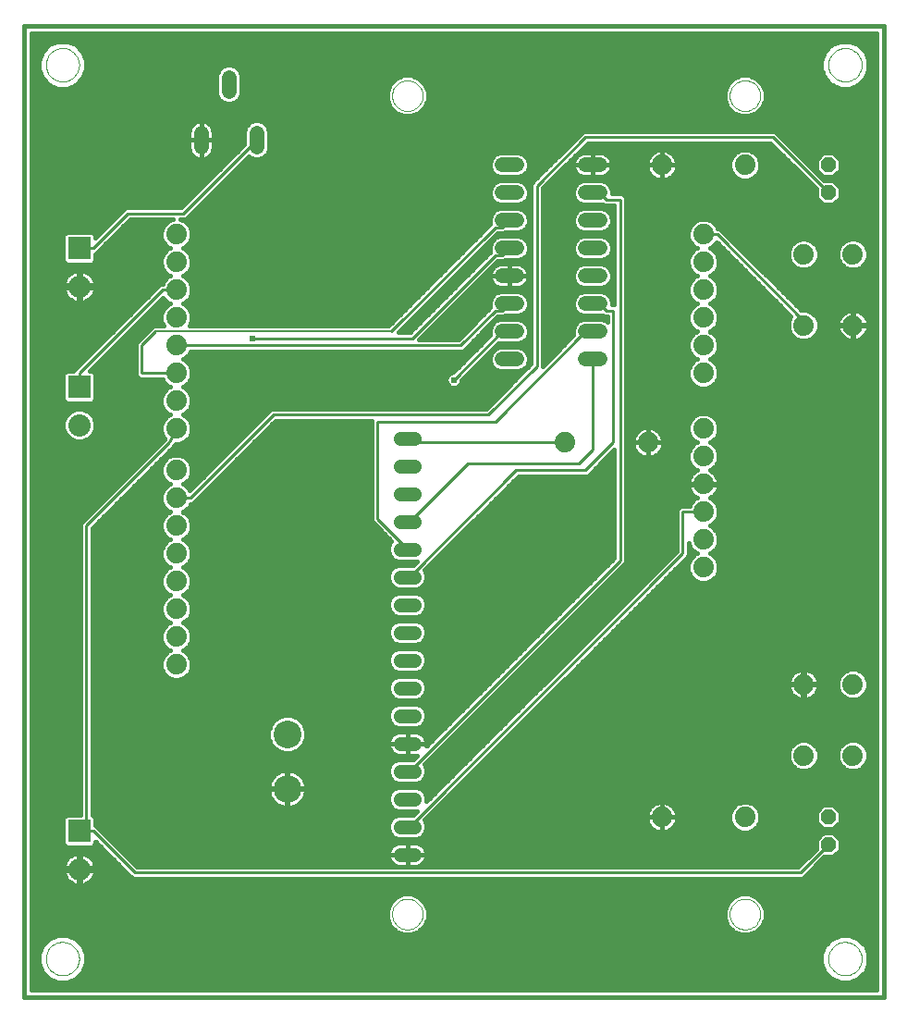
<source format=gbl>
G75*
G70*
%OFA0B0*%
%FSLAX24Y24*%
%IPPOS*%
%LPD*%
%AMOC8*
5,1,8,0,0,1.08239X$1,22.5*
%
%ADD10C,0.0160*%
%ADD11C,0.0740*%
%ADD12R,0.0800X0.0800*%
%ADD13C,0.0800*%
%ADD14OC8,0.0520*%
%ADD15C,0.0520*%
%ADD16C,0.0000*%
%ADD17C,0.0515*%
%ADD18C,0.1000*%
%ADD19C,0.0100*%
%ADD20C,0.0240*%
%ADD21C,0.0080*%
D10*
X004183Y002689D02*
X035183Y002689D01*
X035183Y037689D01*
X004183Y037689D01*
X004183Y002689D01*
X004443Y002949D02*
X004443Y037429D01*
X034923Y037429D01*
X034923Y002949D01*
X004443Y002949D01*
X004443Y003055D02*
X034923Y003055D01*
X034923Y003213D02*
X004443Y003213D01*
X004443Y003372D02*
X005085Y003372D01*
X005095Y003362D02*
X005095Y003362D01*
X005407Y003233D01*
X005527Y003233D01*
X005527Y003233D01*
X005576Y003233D01*
X005593Y003233D01*
X005626Y003233D01*
X005745Y003233D01*
X006058Y003362D01*
X006297Y003601D01*
X006426Y003913D01*
X006426Y003913D01*
X006426Y004252D01*
X006297Y004564D01*
X006058Y004803D01*
X006058Y004803D01*
X005745Y004932D01*
X005626Y004932D01*
X005626Y004932D01*
X005576Y004932D01*
X005575Y004932D01*
X005527Y004932D01*
X005407Y004932D01*
X005095Y004803D01*
X005095Y004803D01*
X004856Y004564D01*
X004726Y004252D01*
X004726Y004252D01*
X004726Y003913D01*
X004856Y003601D01*
X005095Y003362D01*
X004927Y003530D02*
X004443Y003530D01*
X004443Y003689D02*
X004819Y003689D01*
X004856Y003601D02*
X004856Y003601D01*
X004754Y003847D02*
X004443Y003847D01*
X004443Y004006D02*
X004726Y004006D01*
X004726Y003913D02*
X004726Y003913D01*
X004726Y004164D02*
X004443Y004164D01*
X004443Y004323D02*
X004756Y004323D01*
X004822Y004482D02*
X004443Y004482D01*
X004443Y004640D02*
X004932Y004640D01*
X004856Y004564D02*
X004856Y004564D01*
X005090Y004799D02*
X004443Y004799D01*
X004443Y004957D02*
X034923Y004957D01*
X034923Y004799D02*
X034275Y004799D01*
X034270Y004803D02*
X034270Y004803D01*
X033958Y004932D01*
X033839Y004932D01*
X033839Y004932D01*
X033789Y004932D01*
X033788Y004932D01*
X033739Y004932D01*
X033620Y004932D01*
X033308Y004803D01*
X033307Y004803D01*
X033068Y004564D01*
X032939Y004252D01*
X032939Y004252D01*
X032939Y003913D01*
X033068Y003601D01*
X033307Y003362D01*
X033308Y003362D01*
X033620Y003233D01*
X033739Y003233D01*
X033739Y003233D01*
X033766Y003233D01*
X033789Y003233D01*
X033839Y003233D01*
X033958Y003233D01*
X034270Y003362D01*
X034270Y003362D01*
X034509Y003601D01*
X034639Y003913D01*
X034639Y003913D01*
X034639Y004252D01*
X034509Y004564D01*
X034270Y004803D01*
X034433Y004640D02*
X034923Y004640D01*
X034923Y004482D02*
X034544Y004482D01*
X034509Y004564D02*
X034509Y004564D01*
X034609Y004323D02*
X034923Y004323D01*
X034923Y004164D02*
X034639Y004164D01*
X034639Y004252D02*
X034639Y004252D01*
X034639Y004006D02*
X034923Y004006D01*
X034923Y003847D02*
X034611Y003847D01*
X034546Y003689D02*
X034923Y003689D01*
X034923Y003530D02*
X034439Y003530D01*
X034509Y003601D02*
X034509Y003601D01*
X034280Y003372D02*
X034923Y003372D01*
X033958Y003233D02*
X033958Y003233D01*
X033839Y003233D02*
X033839Y003233D01*
X033620Y003233D02*
X033620Y003233D01*
X033298Y003372D02*
X006068Y003372D01*
X006226Y003530D02*
X033139Y003530D01*
X033068Y003601D02*
X033068Y003601D01*
X033032Y003689D02*
X006333Y003689D01*
X006297Y003601D02*
X006297Y003601D01*
X006399Y003847D02*
X032966Y003847D01*
X032939Y003913D02*
X032939Y003913D01*
X032939Y004006D02*
X006426Y004006D01*
X006426Y004164D02*
X032939Y004164D01*
X032969Y004323D02*
X006397Y004323D01*
X006426Y004252D02*
X006426Y004252D01*
X006331Y004482D02*
X033034Y004482D01*
X033068Y004564D02*
X033068Y004564D01*
X033145Y004640D02*
X006221Y004640D01*
X006297Y004564D02*
X006297Y004564D01*
X006062Y004799D02*
X033303Y004799D01*
X033620Y004932D02*
X033620Y004932D01*
X033739Y004932D02*
X033739Y004932D01*
X033958Y004932D02*
X033958Y004932D01*
X034923Y005116D02*
X030644Y005116D01*
X030597Y005069D02*
X030803Y005275D01*
X030914Y005543D01*
X030914Y005834D01*
X030803Y006103D01*
X030597Y006309D01*
X030328Y006420D01*
X030037Y006420D01*
X029768Y006309D01*
X029563Y006103D01*
X029451Y005834D01*
X029451Y005543D01*
X029563Y005275D01*
X029768Y005069D01*
X030037Y004958D01*
X030328Y004958D01*
X030597Y005069D01*
X030802Y005274D02*
X034923Y005274D01*
X034923Y005433D02*
X030868Y005433D01*
X030914Y005591D02*
X034923Y005591D01*
X034923Y005750D02*
X030914Y005750D01*
X030883Y005908D02*
X034923Y005908D01*
X034923Y006067D02*
X030817Y006067D01*
X030680Y006226D02*
X034923Y006226D01*
X034923Y006384D02*
X030415Y006384D01*
X029951Y006384D02*
X018242Y006384D01*
X018155Y006420D02*
X017864Y006420D01*
X017595Y006309D01*
X017390Y006103D01*
X017278Y005834D01*
X017278Y005543D01*
X017390Y005275D01*
X017595Y005069D01*
X017864Y004958D01*
X018155Y004958D01*
X018424Y005069D01*
X018629Y005275D01*
X018741Y005543D01*
X018741Y005834D01*
X018629Y006103D01*
X018424Y006309D01*
X018155Y006420D01*
X017777Y006384D02*
X004443Y006384D01*
X004443Y006226D02*
X017512Y006226D01*
X017375Y006067D02*
X004443Y006067D01*
X004443Y005908D02*
X017309Y005908D01*
X017278Y005750D02*
X004443Y005750D01*
X004443Y005591D02*
X017278Y005591D01*
X017324Y005433D02*
X004443Y005433D01*
X004443Y005274D02*
X017390Y005274D01*
X017548Y005116D02*
X004443Y005116D01*
X005407Y004932D02*
X005407Y004932D01*
X005527Y004932D02*
X005527Y004932D01*
X005745Y004932D02*
X005745Y004932D01*
X006047Y006745D02*
X005960Y006773D01*
X005879Y006815D01*
X005805Y006868D01*
X005740Y006933D01*
X005687Y007007D01*
X005645Y007088D01*
X005617Y007175D01*
X005603Y007265D01*
X005603Y007273D01*
X006144Y007273D01*
X006144Y007349D01*
X005603Y007349D01*
X005603Y007356D01*
X005617Y007447D01*
X005645Y007534D01*
X005687Y007615D01*
X005740Y007689D01*
X005805Y007753D01*
X005879Y007807D01*
X005960Y007848D01*
X006047Y007877D01*
X006137Y007891D01*
X006144Y007891D01*
X006144Y007349D01*
X006221Y007349D01*
X006763Y007349D01*
X006763Y007356D01*
X006748Y007447D01*
X006720Y007534D01*
X006679Y007615D01*
X006625Y007689D01*
X006561Y007753D01*
X006487Y007807D01*
X006405Y007848D01*
X006319Y007877D01*
X006228Y007891D01*
X006221Y007891D01*
X006221Y007349D01*
X006221Y007273D01*
X006763Y007273D01*
X006763Y007265D01*
X006748Y007175D01*
X006720Y007088D01*
X006679Y007007D01*
X006625Y006933D01*
X006561Y006868D01*
X006487Y006815D01*
X006405Y006773D01*
X006319Y006745D01*
X006228Y006731D01*
X006221Y006731D01*
X006221Y007272D01*
X006144Y007272D01*
X006144Y006731D01*
X006137Y006731D01*
X006047Y006745D01*
X006144Y006860D02*
X006221Y006860D01*
X006221Y007018D02*
X006144Y007018D01*
X006144Y007177D02*
X006221Y007177D01*
X006221Y007335D02*
X007739Y007335D01*
X007898Y007177D02*
X006749Y007177D01*
X006684Y007018D02*
X008056Y007018D01*
X008096Y006979D02*
X008270Y006979D01*
X032270Y006979D01*
X032393Y007102D01*
X033040Y007749D01*
X033365Y007749D01*
X033623Y008007D01*
X033623Y008371D01*
X033365Y008629D01*
X033000Y008629D01*
X032743Y008371D01*
X032743Y008046D01*
X032096Y007399D01*
X008270Y007399D01*
X006893Y008776D01*
X006770Y008899D01*
X006763Y008899D01*
X006763Y009163D01*
X006657Y009269D01*
X006643Y009269D01*
X006643Y019602D01*
X009546Y022505D01*
X009582Y022517D01*
X009605Y022564D01*
X009643Y022602D01*
X009643Y022639D01*
X009792Y022639D01*
X009994Y022723D01*
X010149Y022877D01*
X010233Y023079D01*
X010233Y023298D01*
X010149Y023500D01*
X009994Y023655D01*
X009913Y023689D01*
X009994Y023723D01*
X010149Y023877D01*
X010233Y024079D01*
X010233Y024298D01*
X010149Y024500D01*
X009994Y024655D01*
X009913Y024689D01*
X009994Y024723D01*
X010149Y024877D01*
X010233Y025079D01*
X010233Y025298D01*
X010149Y025500D01*
X009994Y025655D01*
X009913Y025689D01*
X009994Y025723D01*
X010149Y025877D01*
X010191Y025979D01*
X020020Y025979D01*
X020143Y026102D01*
X021270Y027229D01*
X021520Y027229D01*
X021540Y027249D01*
X022030Y027249D01*
X022192Y027316D01*
X022316Y027440D01*
X022383Y027601D01*
X022383Y027776D01*
X022316Y027938D01*
X022192Y028062D01*
X022030Y028129D01*
X021335Y028129D01*
X021173Y028062D01*
X021050Y027938D01*
X020983Y027776D01*
X020983Y027601D01*
X021002Y027555D01*
X019846Y026399D01*
X018440Y026399D01*
X021270Y029229D01*
X021520Y029229D01*
X021540Y029249D01*
X022030Y029249D01*
X022192Y029316D01*
X022316Y029440D01*
X022383Y029601D01*
X022383Y029776D01*
X022316Y029938D01*
X022192Y030062D01*
X022030Y030129D01*
X021335Y030129D01*
X021173Y030062D01*
X021050Y029938D01*
X020983Y029776D01*
X020983Y029601D01*
X021002Y029555D01*
X018096Y026649D01*
X017690Y026649D01*
X021270Y030229D01*
X021520Y030229D01*
X021540Y030249D01*
X022030Y030249D01*
X022192Y030316D01*
X022316Y030440D01*
X022383Y030601D01*
X022383Y030776D01*
X022316Y030938D01*
X022192Y031062D01*
X022030Y031129D01*
X021335Y031129D01*
X021173Y031062D01*
X021050Y030938D01*
X020983Y030776D01*
X020983Y030601D01*
X021002Y030555D01*
X017336Y026889D01*
X010154Y026889D01*
X010233Y027079D01*
X010233Y027298D01*
X010149Y027500D01*
X009994Y027655D01*
X009913Y027689D01*
X009994Y027723D01*
X010149Y027877D01*
X010233Y028079D01*
X010233Y028298D01*
X010149Y028500D01*
X009994Y028655D01*
X009913Y028689D01*
X009994Y028723D01*
X010149Y028877D01*
X010233Y029079D01*
X010233Y029298D01*
X010149Y029500D01*
X009994Y029655D01*
X009913Y029689D01*
X009994Y029723D01*
X010149Y029877D01*
X010233Y030079D01*
X010233Y030298D01*
X010149Y030500D01*
X009994Y030655D01*
X009816Y030729D01*
X010020Y030729D01*
X010143Y030852D01*
X012284Y032993D01*
X012327Y032949D01*
X012489Y032883D01*
X012664Y032883D01*
X012826Y032949D01*
X012949Y033073D01*
X013016Y033235D01*
X013016Y033930D01*
X012949Y034092D01*
X012826Y034216D01*
X012664Y034282D01*
X012489Y034282D01*
X012327Y034216D01*
X012203Y034092D01*
X012136Y033930D01*
X012136Y033439D01*
X009846Y031149D01*
X007846Y031149D01*
X007723Y031026D01*
X007723Y031026D01*
X006763Y030066D01*
X006763Y030163D01*
X006657Y030269D01*
X005708Y030269D01*
X005603Y030163D01*
X005603Y029214D01*
X004443Y029214D01*
X004443Y029056D02*
X009142Y029056D01*
X009133Y029079D02*
X009216Y028877D01*
X009371Y028723D01*
X009453Y028689D01*
X009371Y028655D01*
X009216Y028500D01*
X009174Y028399D01*
X009096Y028399D01*
X006096Y025399D01*
X005973Y025276D01*
X005973Y025269D01*
X005708Y025269D01*
X005603Y025163D01*
X005603Y024214D01*
X005708Y024109D01*
X006657Y024109D01*
X006763Y024214D01*
X006763Y025163D01*
X006657Y025269D01*
X006560Y025269D01*
X009202Y027911D01*
X009216Y027877D01*
X009371Y027723D01*
X009453Y027689D01*
X009371Y027655D01*
X009216Y027500D01*
X009133Y027298D01*
X009133Y027079D01*
X009212Y026889D01*
X009030Y026889D01*
X009020Y026899D01*
X008846Y026899D01*
X008346Y026399D01*
X008223Y026276D01*
X008223Y025276D01*
X008223Y025102D01*
X008346Y024979D01*
X009174Y024979D01*
X009216Y024877D01*
X009371Y024723D01*
X009453Y024689D01*
X009371Y024655D01*
X009216Y024500D01*
X009133Y024298D01*
X009133Y024079D01*
X009216Y023877D01*
X009371Y023723D01*
X009453Y023689D01*
X009371Y023655D01*
X009216Y023500D01*
X009133Y023298D01*
X009133Y023079D01*
X009216Y022877D01*
X009267Y022827D01*
X009260Y022813D01*
X006346Y019899D01*
X006223Y019776D01*
X006223Y009269D01*
X005708Y009269D01*
X005603Y009163D01*
X005603Y008214D01*
X005708Y008109D01*
X006657Y008109D01*
X006763Y008214D01*
X006763Y008312D01*
X008096Y006979D01*
X008175Y007494D02*
X017482Y007494D01*
X017467Y007505D02*
X017523Y007464D01*
X017584Y007433D01*
X017649Y007412D01*
X017718Y007401D01*
X018009Y007401D01*
X018009Y007838D01*
X018010Y007838D01*
X018010Y007839D01*
X018009Y007839D01*
X018009Y008276D01*
X017718Y008276D01*
X017649Y008265D01*
X017584Y008244D01*
X017523Y008213D01*
X017467Y008172D01*
X017418Y008123D01*
X017378Y008068D01*
X017347Y008006D01*
X017325Y007941D01*
X017314Y007873D01*
X017314Y007839D01*
X018009Y007839D01*
X018009Y007838D01*
X017314Y007838D01*
X017314Y007804D01*
X017325Y007736D01*
X017347Y007670D01*
X017378Y007609D01*
X017418Y007553D01*
X017467Y007505D01*
X017356Y007652D02*
X008016Y007652D01*
X007857Y007811D02*
X017314Y007811D01*
X017335Y007969D02*
X007699Y007969D01*
X007540Y008128D02*
X017423Y008128D01*
X017558Y008445D02*
X007223Y008445D01*
X007065Y008604D02*
X017376Y008604D01*
X017381Y008591D02*
X017504Y008468D01*
X017665Y008401D01*
X018354Y008401D01*
X018515Y008468D01*
X018638Y008591D01*
X018704Y008751D01*
X018704Y008925D01*
X018638Y009086D01*
X018632Y009092D01*
X028020Y018479D01*
X028143Y018602D01*
X028143Y019055D01*
X028216Y018877D01*
X028371Y018723D01*
X028453Y018689D01*
X028371Y018655D01*
X028216Y018500D01*
X028133Y018298D01*
X028133Y018079D01*
X028216Y017877D01*
X028371Y017723D01*
X028573Y017639D01*
X028792Y017639D01*
X028994Y017723D01*
X029149Y017877D01*
X029233Y018079D01*
X029233Y018298D01*
X029149Y018500D01*
X028994Y018655D01*
X028913Y018689D01*
X028994Y018723D01*
X029149Y018877D01*
X029233Y019079D01*
X029233Y019298D01*
X029149Y019500D01*
X028994Y019655D01*
X028913Y019689D01*
X028994Y019723D01*
X029149Y019877D01*
X029233Y020079D01*
X029233Y020298D01*
X029149Y020500D01*
X028994Y020655D01*
X028913Y020689D01*
X028971Y020718D01*
X029041Y020769D01*
X029102Y020831D01*
X029153Y020901D01*
X029192Y020978D01*
X029219Y021060D01*
X029233Y021146D01*
X029233Y021169D01*
X028703Y021169D01*
X028703Y021209D01*
X029233Y021209D01*
X029233Y021232D01*
X029219Y021318D01*
X029192Y021400D01*
X029153Y021477D01*
X029102Y021547D01*
X029041Y021608D01*
X028971Y021659D01*
X028913Y021689D01*
X028994Y021723D01*
X029149Y021877D01*
X029233Y022079D01*
X029233Y022298D01*
X029149Y022500D01*
X028994Y022655D01*
X028913Y022689D01*
X028994Y022723D01*
X029149Y022877D01*
X029233Y023079D01*
X029233Y023298D01*
X029149Y023500D01*
X028994Y023655D01*
X028792Y023739D01*
X028573Y023739D01*
X028371Y023655D01*
X028216Y023500D01*
X028133Y023298D01*
X028133Y023079D01*
X028216Y022877D01*
X028371Y022723D01*
X028453Y022689D01*
X028371Y022655D01*
X028216Y022500D01*
X028133Y022298D01*
X028133Y022079D01*
X028216Y021877D01*
X028371Y021723D01*
X028453Y021689D01*
X028394Y021659D01*
X028324Y021608D01*
X028263Y021547D01*
X028212Y021477D01*
X028173Y021400D01*
X028146Y021318D01*
X028133Y021232D01*
X028133Y021209D01*
X028662Y021209D01*
X028662Y021169D01*
X028133Y021169D01*
X028133Y021146D01*
X028146Y021060D01*
X028173Y020978D01*
X028212Y020901D01*
X028263Y020831D01*
X028324Y020769D01*
X028394Y020718D01*
X028453Y020689D01*
X028371Y020655D01*
X028216Y020500D01*
X028174Y020399D01*
X027846Y020399D01*
X027723Y020276D01*
X027723Y020102D01*
X027723Y018776D01*
X018704Y009757D01*
X018704Y009925D01*
X018638Y010086D01*
X018515Y010209D01*
X018354Y010276D01*
X017665Y010276D01*
X017504Y010209D01*
X017381Y010086D01*
X017314Y009925D01*
X017314Y009751D01*
X017381Y009591D01*
X017504Y009468D01*
X017665Y009401D01*
X018348Y009401D01*
X018223Y009276D01*
X017665Y009276D01*
X017504Y009209D01*
X017381Y009086D01*
X017314Y008925D01*
X017314Y008751D01*
X017381Y008591D01*
X017314Y008762D02*
X006906Y008762D01*
X006763Y008921D02*
X017314Y008921D01*
X017378Y009079D02*
X006763Y009079D01*
X006688Y009238D02*
X017573Y009238D01*
X017417Y009555D02*
X013885Y009555D01*
X013902Y009559D02*
X013984Y009593D01*
X014061Y009638D01*
X014132Y009692D01*
X014195Y009755D01*
X014249Y009826D01*
X014294Y009903D01*
X014328Y009986D01*
X014351Y010072D01*
X014363Y010160D01*
X014363Y010186D01*
X013701Y010186D01*
X013701Y009525D01*
X013727Y009525D01*
X013816Y009536D01*
X013902Y009559D01*
X013701Y009555D02*
X013664Y009555D01*
X013664Y009525D02*
X013664Y010186D01*
X013003Y010186D01*
X013003Y010160D01*
X013014Y010072D01*
X013037Y009986D01*
X013071Y009903D01*
X013116Y009826D01*
X013170Y009755D01*
X013233Y009692D01*
X013304Y009638D01*
X013381Y009593D01*
X013464Y009559D01*
X013550Y009536D01*
X013638Y009525D01*
X013664Y009525D01*
X013480Y009555D02*
X006643Y009555D01*
X006643Y009713D02*
X013212Y009713D01*
X013089Y009872D02*
X006643Y009872D01*
X006643Y010031D02*
X013025Y010031D01*
X013003Y010223D02*
X013664Y010223D01*
X013664Y010186D01*
X013701Y010186D01*
X013701Y010223D01*
X013664Y010223D01*
X013664Y010885D01*
X013638Y010885D01*
X013550Y010873D01*
X013464Y010850D01*
X013381Y010816D01*
X013304Y010771D01*
X013233Y010717D01*
X013170Y010654D01*
X013116Y010583D01*
X013071Y010506D01*
X013037Y010424D01*
X013014Y010338D01*
X013003Y010249D01*
X013003Y010223D01*
X013017Y010348D02*
X006643Y010348D01*
X006643Y010506D02*
X013072Y010506D01*
X013181Y010665D02*
X006643Y010665D01*
X006643Y010823D02*
X013400Y010823D01*
X013664Y010823D02*
X013701Y010823D01*
X013701Y010885D02*
X013701Y010223D01*
X014363Y010223D01*
X014363Y010249D01*
X014351Y010338D01*
X014328Y010424D01*
X014294Y010506D01*
X014249Y010583D01*
X014195Y010654D01*
X014132Y010717D01*
X014061Y010771D01*
X013984Y010816D01*
X013902Y010850D01*
X013816Y010873D01*
X013727Y010885D01*
X013701Y010885D01*
X013701Y010665D02*
X013664Y010665D01*
X013664Y010506D02*
X013701Y010506D01*
X013701Y010348D02*
X013664Y010348D01*
X013664Y010189D02*
X006643Y010189D01*
X006223Y010189D02*
X004443Y010189D01*
X004443Y010031D02*
X006223Y010031D01*
X006223Y009872D02*
X004443Y009872D01*
X004443Y009713D02*
X006223Y009713D01*
X006223Y009555D02*
X004443Y009555D01*
X004443Y009396D02*
X006223Y009396D01*
X006643Y009396D02*
X018343Y009396D01*
X018641Y009079D02*
X026643Y009079D01*
X026646Y009060D02*
X026673Y008978D01*
X026712Y008901D01*
X026763Y008831D01*
X026824Y008769D01*
X026894Y008718D01*
X026972Y008679D01*
X027054Y008652D01*
X027139Y008639D01*
X027174Y008639D01*
X027174Y009180D01*
X027191Y009180D01*
X027191Y008639D01*
X027226Y008639D01*
X027311Y008652D01*
X027394Y008679D01*
X027471Y008718D01*
X027541Y008769D01*
X027602Y008831D01*
X027653Y008901D01*
X027692Y008978D01*
X027719Y009060D01*
X027733Y009146D01*
X027733Y009180D01*
X027191Y009180D01*
X027191Y009197D01*
X027733Y009197D01*
X027733Y009232D01*
X027719Y009318D01*
X027692Y009400D01*
X027653Y009477D01*
X027602Y009547D01*
X027541Y009608D01*
X027471Y009659D01*
X027394Y009699D01*
X027311Y009725D01*
X027226Y009739D01*
X027191Y009739D01*
X027191Y009198D01*
X027174Y009198D01*
X027174Y009739D01*
X027139Y009739D01*
X027054Y009725D01*
X026972Y009699D01*
X026894Y009659D01*
X026824Y009608D01*
X026763Y009547D01*
X026712Y009477D01*
X026673Y009400D01*
X026646Y009318D01*
X026633Y009232D01*
X026633Y009197D01*
X027174Y009197D01*
X027174Y009180D01*
X026633Y009180D01*
X026633Y009146D01*
X026646Y009060D01*
X026702Y008921D02*
X018704Y008921D01*
X018704Y008762D02*
X026834Y008762D01*
X027174Y008762D02*
X027191Y008762D01*
X027174Y008921D02*
X027191Y008921D01*
X027174Y009079D02*
X027191Y009079D01*
X027174Y009238D02*
X027191Y009238D01*
X027174Y009396D02*
X027191Y009396D01*
X027174Y009555D02*
X027191Y009555D01*
X027174Y009713D02*
X027191Y009713D01*
X027348Y009713D02*
X030012Y009713D01*
X030073Y009739D02*
X029871Y009655D01*
X029716Y009500D01*
X029633Y009298D01*
X029633Y009079D01*
X027722Y009079D01*
X027732Y009238D02*
X029633Y009238D01*
X029633Y009079D02*
X029716Y008877D01*
X029871Y008723D01*
X030073Y008639D01*
X030292Y008639D01*
X030494Y008723D01*
X030649Y008877D01*
X030733Y009079D01*
X032743Y009079D01*
X032743Y009007D02*
X033000Y008749D01*
X033365Y008749D01*
X033623Y009007D01*
X033623Y009371D01*
X033365Y009629D01*
X033000Y009629D01*
X032743Y009371D01*
X032743Y009007D01*
X032829Y008921D02*
X030667Y008921D01*
X030733Y009079D02*
X030733Y009298D01*
X030649Y009500D01*
X030494Y009655D01*
X030292Y009739D01*
X030073Y009739D01*
X030353Y009713D02*
X034923Y009713D01*
X034923Y009555D02*
X033439Y009555D01*
X033597Y009396D02*
X034923Y009396D01*
X034923Y009238D02*
X033623Y009238D01*
X033623Y009079D02*
X034923Y009079D01*
X034923Y008921D02*
X033537Y008921D01*
X033378Y008762D02*
X034923Y008762D01*
X034923Y008604D02*
X033390Y008604D01*
X033549Y008445D02*
X034923Y008445D01*
X034923Y008287D02*
X033623Y008287D01*
X033623Y008128D02*
X034923Y008128D01*
X034923Y007969D02*
X033586Y007969D01*
X033427Y007811D02*
X034923Y007811D01*
X034923Y007652D02*
X032943Y007652D01*
X032785Y007494D02*
X034923Y007494D01*
X034923Y007335D02*
X032626Y007335D01*
X032468Y007177D02*
X034923Y007177D01*
X034923Y007018D02*
X032309Y007018D01*
X032191Y007494D02*
X018537Y007494D01*
X018552Y007505D02*
X018601Y007553D01*
X018641Y007609D01*
X018672Y007670D01*
X018694Y007736D01*
X018704Y007804D01*
X018704Y007838D01*
X018010Y007838D01*
X018010Y007401D01*
X018301Y007401D01*
X018369Y007412D01*
X018435Y007433D01*
X018496Y007464D01*
X018552Y007505D01*
X018663Y007652D02*
X032349Y007652D01*
X032508Y007811D02*
X018704Y007811D01*
X018704Y007839D02*
X018704Y007873D01*
X018694Y007941D01*
X018672Y008006D01*
X018641Y008068D01*
X018601Y008123D01*
X018552Y008172D01*
X018496Y008213D01*
X018435Y008244D01*
X018369Y008265D01*
X018301Y008276D01*
X018010Y008276D01*
X018010Y007839D01*
X018704Y007839D01*
X018684Y007969D02*
X032666Y007969D01*
X032743Y008128D02*
X018596Y008128D01*
X018461Y008445D02*
X032817Y008445D01*
X032743Y008287D02*
X007382Y008287D01*
X007105Y007969D02*
X004443Y007969D01*
X004443Y007811D02*
X005887Y007811D01*
X005714Y007652D02*
X004443Y007652D01*
X004443Y007494D02*
X005632Y007494D01*
X005617Y007177D02*
X004443Y007177D01*
X004443Y007335D02*
X006144Y007335D01*
X006144Y007494D02*
X006221Y007494D01*
X006221Y007652D02*
X006144Y007652D01*
X006144Y007811D02*
X006221Y007811D01*
X006479Y007811D02*
X007264Y007811D01*
X007422Y007652D02*
X006651Y007652D01*
X006733Y007494D02*
X007581Y007494D01*
X006946Y008128D02*
X006676Y008128D01*
X006763Y008287D02*
X006788Y008287D01*
X005689Y008128D02*
X004443Y008128D01*
X004443Y008287D02*
X005603Y008287D01*
X005603Y008445D02*
X004443Y008445D01*
X004443Y008604D02*
X005603Y008604D01*
X005603Y008762D02*
X004443Y008762D01*
X004443Y008921D02*
X005603Y008921D01*
X005603Y009079D02*
X004443Y009079D01*
X004443Y009238D02*
X005677Y009238D01*
X006223Y010348D02*
X004443Y010348D01*
X004443Y010506D02*
X006223Y010506D01*
X006223Y010665D02*
X004443Y010665D01*
X004443Y010823D02*
X006223Y010823D01*
X006223Y010982D02*
X004443Y010982D01*
X004443Y011140D02*
X006223Y011140D01*
X006223Y011299D02*
X004443Y011299D01*
X004443Y011457D02*
X006223Y011457D01*
X006223Y011616D02*
X004443Y011616D01*
X004443Y011775D02*
X006223Y011775D01*
X006223Y011933D02*
X004443Y011933D01*
X004443Y012092D02*
X006223Y012092D01*
X006223Y012250D02*
X004443Y012250D01*
X004443Y012409D02*
X006223Y012409D01*
X006223Y012567D02*
X004443Y012567D01*
X004443Y012726D02*
X006223Y012726D01*
X006223Y012884D02*
X004443Y012884D01*
X004443Y013043D02*
X006223Y013043D01*
X006223Y013201D02*
X004443Y013201D01*
X004443Y013360D02*
X006223Y013360D01*
X006223Y013519D02*
X004443Y013519D01*
X004443Y013677D02*
X006223Y013677D01*
X006223Y013836D02*
X004443Y013836D01*
X004443Y013994D02*
X006223Y013994D01*
X006223Y014153D02*
X004443Y014153D01*
X004443Y014311D02*
X006223Y014311D01*
X006223Y014470D02*
X004443Y014470D01*
X004443Y014628D02*
X006223Y014628D01*
X006223Y014787D02*
X004443Y014787D01*
X004443Y014945D02*
X006223Y014945D01*
X006223Y015104D02*
X004443Y015104D01*
X004443Y015262D02*
X006223Y015262D01*
X006223Y015421D02*
X004443Y015421D01*
X004443Y015580D02*
X006223Y015580D01*
X006223Y015738D02*
X004443Y015738D01*
X004443Y015897D02*
X006223Y015897D01*
X006223Y016055D02*
X004443Y016055D01*
X004443Y016214D02*
X006223Y016214D01*
X006223Y016372D02*
X004443Y016372D01*
X004443Y016531D02*
X006223Y016531D01*
X006223Y016689D02*
X004443Y016689D01*
X004443Y016848D02*
X006223Y016848D01*
X006223Y017006D02*
X004443Y017006D01*
X004443Y017165D02*
X006223Y017165D01*
X006223Y017324D02*
X004443Y017324D01*
X004443Y017482D02*
X006223Y017482D01*
X006223Y017641D02*
X004443Y017641D01*
X004443Y017799D02*
X006223Y017799D01*
X006223Y017958D02*
X004443Y017958D01*
X004443Y018116D02*
X006223Y018116D01*
X006223Y018275D02*
X004443Y018275D01*
X004443Y018433D02*
X006223Y018433D01*
X006223Y018592D02*
X004443Y018592D01*
X004443Y018750D02*
X006223Y018750D01*
X006223Y018909D02*
X004443Y018909D01*
X004443Y019068D02*
X006223Y019068D01*
X006223Y019226D02*
X004443Y019226D01*
X004443Y019385D02*
X006223Y019385D01*
X006223Y019543D02*
X004443Y019543D01*
X004443Y019702D02*
X006223Y019702D01*
X006307Y019860D02*
X004443Y019860D01*
X004443Y020019D02*
X006466Y020019D01*
X006624Y020177D02*
X004443Y020177D01*
X004443Y020336D02*
X006783Y020336D01*
X006941Y020494D02*
X004443Y020494D01*
X004443Y020653D02*
X007100Y020653D01*
X007258Y020811D02*
X004443Y020811D01*
X004443Y020970D02*
X007417Y020970D01*
X007575Y021129D02*
X004443Y021129D01*
X004443Y021287D02*
X007734Y021287D01*
X007893Y021446D02*
X004443Y021446D01*
X004443Y021604D02*
X008051Y021604D01*
X008210Y021763D02*
X004443Y021763D01*
X004443Y021921D02*
X008368Y021921D01*
X008527Y022080D02*
X004443Y022080D01*
X004443Y022238D02*
X008685Y022238D01*
X008844Y022397D02*
X004443Y022397D01*
X004443Y022555D02*
X009002Y022555D01*
X009161Y022714D02*
X004443Y022714D01*
X004443Y022873D02*
X005801Y022873D01*
X005854Y022819D02*
X006067Y022731D01*
X006298Y022731D01*
X006511Y022819D01*
X006674Y022982D01*
X006763Y023195D01*
X006763Y023426D01*
X006674Y023639D01*
X006511Y023803D01*
X006298Y023891D01*
X006067Y023891D01*
X005854Y023803D01*
X005691Y023639D01*
X005603Y023426D01*
X005603Y023195D01*
X005691Y022982D01*
X005854Y022819D01*
X005671Y023031D02*
X004443Y023031D01*
X004443Y023190D02*
X005605Y023190D01*
X005603Y023348D02*
X004443Y023348D01*
X004443Y023507D02*
X005636Y023507D01*
X005717Y023665D02*
X004443Y023665D01*
X004443Y023824D02*
X005906Y023824D01*
X005676Y024141D02*
X004443Y024141D01*
X004443Y024299D02*
X005603Y024299D01*
X005603Y024458D02*
X004443Y024458D01*
X004443Y024617D02*
X005603Y024617D01*
X005603Y024775D02*
X004443Y024775D01*
X004443Y024934D02*
X005603Y024934D01*
X005603Y025092D02*
X004443Y025092D01*
X004443Y025251D02*
X005690Y025251D01*
X006106Y025409D02*
X004443Y025409D01*
X004443Y025568D02*
X006265Y025568D01*
X006423Y025726D02*
X004443Y025726D01*
X004443Y025885D02*
X006582Y025885D01*
X006740Y026043D02*
X004443Y026043D01*
X004443Y026202D02*
X006899Y026202D01*
X007057Y026361D02*
X004443Y026361D01*
X004443Y026519D02*
X007216Y026519D01*
X007374Y026678D02*
X004443Y026678D01*
X004443Y026836D02*
X007533Y026836D01*
X007692Y026995D02*
X004443Y026995D01*
X004443Y027153D02*
X007850Y027153D01*
X008009Y027312D02*
X004443Y027312D01*
X004443Y027470D02*
X008167Y027470D01*
X008326Y027629D02*
X004443Y027629D01*
X004443Y027787D02*
X005932Y027787D01*
X005960Y027773D02*
X006047Y027745D01*
X006137Y027731D01*
X006144Y027731D01*
X006144Y028272D01*
X006221Y028272D01*
X006221Y027731D01*
X006228Y027731D01*
X006319Y027745D01*
X006405Y027773D01*
X006487Y027815D01*
X006561Y027868D01*
X006625Y027933D01*
X006679Y028007D01*
X006720Y028088D01*
X006748Y028175D01*
X006763Y028265D01*
X006763Y028273D01*
X006221Y028273D01*
X006221Y028349D01*
X006763Y028349D01*
X006763Y028356D01*
X006748Y028447D01*
X006720Y028534D01*
X006679Y028615D01*
X006625Y028689D01*
X006561Y028753D01*
X006487Y028807D01*
X006405Y028848D01*
X006319Y028877D01*
X006228Y028891D01*
X006221Y028891D01*
X006221Y028349D01*
X006144Y028349D01*
X006144Y028273D01*
X005603Y028273D01*
X005603Y028265D01*
X005617Y028175D01*
X005645Y028088D01*
X005687Y028007D01*
X005740Y027933D01*
X005805Y027868D01*
X005879Y027815D01*
X005960Y027773D01*
X006144Y027787D02*
X006221Y027787D01*
X006221Y027946D02*
X006144Y027946D01*
X006144Y028104D02*
X006221Y028104D01*
X006221Y028263D02*
X006144Y028263D01*
X006144Y028349D02*
X005603Y028349D01*
X005603Y028356D01*
X005617Y028447D01*
X005645Y028534D01*
X005687Y028615D01*
X005740Y028689D01*
X005805Y028753D01*
X005879Y028807D01*
X005960Y028848D01*
X006047Y028877D01*
X006137Y028891D01*
X006144Y028891D01*
X006144Y028349D01*
X006144Y028422D02*
X006221Y028422D01*
X006221Y028580D02*
X006144Y028580D01*
X006144Y028739D02*
X006221Y028739D01*
X006575Y028739D02*
X009355Y028739D01*
X009296Y028580D02*
X006696Y028580D01*
X006752Y028422D02*
X009184Y028422D01*
X008960Y028263D02*
X006762Y028263D01*
X006725Y028104D02*
X008801Y028104D01*
X008643Y027946D02*
X006634Y027946D01*
X006433Y027787D02*
X008484Y027787D01*
X008761Y027470D02*
X009204Y027470D01*
X009138Y027312D02*
X008603Y027312D01*
X008444Y027153D02*
X009133Y027153D01*
X009168Y026995D02*
X008285Y026995D01*
X008127Y026836D02*
X008783Y026836D01*
X008624Y026678D02*
X007968Y026678D01*
X007810Y026519D02*
X008466Y026519D01*
X008307Y026361D02*
X007651Y026361D01*
X007493Y026202D02*
X008223Y026202D01*
X008223Y026043D02*
X007334Y026043D01*
X007176Y025885D02*
X008223Y025885D01*
X008223Y025726D02*
X007017Y025726D01*
X006859Y025568D02*
X008223Y025568D01*
X008223Y025409D02*
X006700Y025409D01*
X006675Y025251D02*
X008223Y025251D01*
X008232Y025092D02*
X006763Y025092D01*
X006763Y024934D02*
X009193Y024934D01*
X009319Y024775D02*
X006763Y024775D01*
X006763Y024617D02*
X009333Y024617D01*
X009199Y024458D02*
X006763Y024458D01*
X006763Y024299D02*
X009133Y024299D01*
X009133Y024141D02*
X006689Y024141D01*
X006460Y023824D02*
X009270Y023824D01*
X009173Y023982D02*
X004443Y023982D01*
X006648Y023665D02*
X009396Y023665D01*
X009223Y023507D02*
X006729Y023507D01*
X006763Y023348D02*
X009153Y023348D01*
X009133Y023190D02*
X006760Y023190D01*
X006695Y023031D02*
X009153Y023031D01*
X009221Y022873D02*
X006565Y022873D01*
X008169Y021129D02*
X009345Y021129D01*
X009371Y021155D02*
X009216Y021000D01*
X009133Y020798D01*
X009133Y020579D01*
X009216Y020377D01*
X009371Y020223D01*
X009453Y020189D01*
X009371Y020155D01*
X009216Y020000D01*
X009133Y019798D01*
X009133Y019579D01*
X009216Y019377D01*
X009371Y019223D01*
X009453Y019189D01*
X009371Y019155D01*
X009216Y019000D01*
X009133Y018798D01*
X009133Y018579D01*
X009216Y018377D01*
X009371Y018223D01*
X009453Y018189D01*
X009371Y018155D01*
X009216Y018000D01*
X009133Y017798D01*
X009133Y017579D01*
X009216Y017377D01*
X009371Y017223D01*
X009453Y017189D01*
X009371Y017155D01*
X009216Y017000D01*
X009133Y016798D01*
X009133Y016579D01*
X009216Y016377D01*
X009371Y016223D01*
X009453Y016189D01*
X009371Y016155D01*
X009216Y016000D01*
X009133Y015798D01*
X009133Y015579D01*
X009216Y015377D01*
X009371Y015223D01*
X009453Y015189D01*
X009371Y015155D01*
X009216Y015000D01*
X009133Y014798D01*
X009133Y014579D01*
X009216Y014377D01*
X009371Y014223D01*
X009573Y014139D01*
X009792Y014139D01*
X009994Y014223D01*
X010149Y014377D01*
X010233Y014579D01*
X010233Y014798D01*
X010149Y015000D01*
X009994Y015155D01*
X009913Y015189D01*
X009994Y015223D01*
X010149Y015377D01*
X010233Y015579D01*
X010233Y015798D01*
X010149Y016000D01*
X009994Y016155D01*
X009913Y016189D01*
X009994Y016223D01*
X010149Y016377D01*
X010233Y016579D01*
X010233Y016798D01*
X010149Y017000D01*
X009994Y017155D01*
X009913Y017189D01*
X009994Y017223D01*
X010149Y017377D01*
X010233Y017579D01*
X010233Y017798D01*
X010149Y018000D01*
X009994Y018155D01*
X009913Y018189D01*
X009994Y018223D01*
X010149Y018377D01*
X010233Y018579D01*
X010233Y018798D01*
X010149Y019000D01*
X009994Y019155D01*
X009913Y019189D01*
X009994Y019223D01*
X010149Y019377D01*
X010233Y019579D01*
X010233Y019798D01*
X010149Y020000D01*
X009994Y020155D01*
X009913Y020189D01*
X009994Y020223D01*
X010149Y020377D01*
X010191Y020479D01*
X010270Y020479D01*
X010393Y020602D01*
X013270Y023479D01*
X016723Y023479D01*
X016723Y023352D01*
X016723Y020026D01*
X016723Y019852D01*
X017435Y019140D01*
X017381Y019086D01*
X017314Y018925D01*
X017314Y018751D01*
X017381Y018591D01*
X017504Y018468D01*
X017665Y018401D01*
X018348Y018401D01*
X018223Y018276D01*
X017665Y018276D01*
X017504Y018209D01*
X017381Y018086D01*
X017314Y017925D01*
X017314Y017751D01*
X017381Y017591D01*
X017504Y017468D01*
X017665Y017401D01*
X018354Y017401D01*
X018515Y017468D01*
X018638Y017591D01*
X018704Y017751D01*
X018704Y017925D01*
X018638Y018086D01*
X018632Y018092D01*
X022020Y021479D01*
X024346Y021479D01*
X024520Y021479D01*
X025473Y022432D01*
X025473Y018526D01*
X018696Y011749D01*
X018704Y011804D01*
X018704Y011838D01*
X018010Y011838D01*
X018010Y011839D01*
X018009Y011839D01*
X018009Y012276D01*
X017718Y012276D01*
X017649Y012265D01*
X017584Y012244D01*
X017523Y012213D01*
X017467Y012172D01*
X017418Y012123D01*
X017378Y012068D01*
X017347Y012006D01*
X017325Y011941D01*
X017314Y011873D01*
X017314Y011839D01*
X018009Y011839D01*
X018009Y011838D01*
X018010Y011838D01*
X018010Y011401D01*
X018301Y011401D01*
X018357Y011410D01*
X018223Y011276D01*
X017665Y011276D01*
X017504Y011209D01*
X017381Y011086D01*
X017314Y010925D01*
X017314Y010751D01*
X017381Y010591D01*
X017504Y010468D01*
X017665Y010401D01*
X018354Y010401D01*
X018515Y010468D01*
X018638Y010591D01*
X018704Y010751D01*
X018704Y010925D01*
X018638Y011086D01*
X018632Y011092D01*
X025770Y018229D01*
X025893Y018352D01*
X025893Y031352D01*
X025893Y031526D01*
X025770Y031649D01*
X025383Y031649D01*
X025383Y031776D01*
X025316Y031938D01*
X025192Y032062D01*
X025030Y032129D01*
X024335Y032129D01*
X024173Y032062D01*
X024050Y031938D01*
X023983Y031776D01*
X023983Y031601D01*
X024050Y031440D01*
X024173Y031316D01*
X024335Y031249D01*
X025030Y031249D01*
X025062Y031262D01*
X025096Y031229D01*
X025270Y031229D01*
X025473Y031229D01*
X025473Y027649D01*
X025383Y027649D01*
X025383Y027776D01*
X025316Y027938D01*
X025192Y028062D01*
X025030Y028129D01*
X024335Y028129D01*
X024173Y028062D01*
X024050Y027938D01*
X023983Y027776D01*
X023983Y027601D01*
X024050Y027440D01*
X024173Y027316D01*
X024335Y027249D01*
X025030Y027249D01*
X025062Y027262D01*
X025096Y027229D01*
X025223Y027229D01*
X025223Y027031D01*
X025192Y027062D01*
X025030Y027129D01*
X024335Y027129D01*
X024173Y027062D01*
X024050Y026938D01*
X023983Y026776D01*
X023983Y026601D01*
X024002Y026555D01*
X022893Y025446D01*
X022893Y025526D01*
X022893Y031852D01*
X024520Y033479D01*
X031096Y033479D01*
X032743Y031832D01*
X032743Y031507D01*
X033000Y031249D01*
X033365Y031249D01*
X033623Y031507D01*
X033623Y031871D01*
X033365Y032129D01*
X033040Y032129D01*
X031393Y033776D01*
X031270Y033899D01*
X024520Y033899D01*
X024346Y033899D01*
X022596Y032149D01*
X022473Y032026D01*
X022473Y025526D01*
X020846Y023899D01*
X013270Y023899D01*
X013096Y023899D01*
X010163Y020966D01*
X010149Y021000D01*
X009994Y021155D01*
X009913Y021189D01*
X009994Y021223D01*
X010149Y021377D01*
X010233Y021579D01*
X010233Y021798D01*
X010149Y022000D01*
X009994Y022155D01*
X009792Y022239D01*
X009573Y022239D01*
X009371Y022155D01*
X009216Y022000D01*
X009133Y021798D01*
X009133Y021579D01*
X009216Y021377D01*
X009371Y021223D01*
X009453Y021189D01*
X009371Y021155D01*
X009307Y021287D02*
X008328Y021287D01*
X008486Y021446D02*
X009188Y021446D01*
X009133Y021604D02*
X008645Y021604D01*
X008804Y021763D02*
X009133Y021763D01*
X009184Y021921D02*
X008962Y021921D01*
X009121Y022080D02*
X009296Y022080D01*
X009279Y022238D02*
X009572Y022238D01*
X009438Y022397D02*
X011594Y022397D01*
X011752Y022555D02*
X009601Y022555D01*
X009793Y022238D02*
X011435Y022238D01*
X011277Y022080D02*
X010069Y022080D01*
X010182Y021921D02*
X011118Y021921D01*
X010960Y021763D02*
X010233Y021763D01*
X010233Y021604D02*
X010801Y021604D01*
X010643Y021446D02*
X010177Y021446D01*
X010059Y021287D02*
X010484Y021287D01*
X010326Y021129D02*
X010021Y021129D01*
X010161Y020970D02*
X010167Y020970D01*
X010444Y020653D02*
X016723Y020653D01*
X016723Y020811D02*
X010602Y020811D01*
X010761Y020970D02*
X016723Y020970D01*
X016723Y021129D02*
X010919Y021129D01*
X011078Y021287D02*
X016723Y021287D01*
X016723Y021446D02*
X011236Y021446D01*
X011395Y021604D02*
X016723Y021604D01*
X016723Y021763D02*
X011554Y021763D01*
X011712Y021921D02*
X016723Y021921D01*
X016723Y022080D02*
X011871Y022080D01*
X012029Y022238D02*
X016723Y022238D01*
X016723Y022397D02*
X012188Y022397D01*
X012346Y022555D02*
X016723Y022555D01*
X016723Y022714D02*
X012505Y022714D01*
X012663Y022873D02*
X016723Y022873D01*
X016723Y023031D02*
X012822Y023031D01*
X012980Y023190D02*
X016723Y023190D01*
X016723Y023348D02*
X013139Y023348D01*
X012862Y023665D02*
X009970Y023665D01*
X010095Y023824D02*
X013021Y023824D01*
X012704Y023507D02*
X010143Y023507D01*
X010212Y023348D02*
X012545Y023348D01*
X012387Y023190D02*
X010233Y023190D01*
X010213Y023031D02*
X012228Y023031D01*
X012069Y022873D02*
X010144Y022873D01*
X009974Y022714D02*
X011911Y022714D01*
X010192Y023982D02*
X020929Y023982D01*
X021088Y024141D02*
X010233Y024141D01*
X010232Y024299D02*
X021246Y024299D01*
X021405Y024458D02*
X010166Y024458D01*
X010033Y024617D02*
X021563Y024617D01*
X021722Y024775D02*
X019915Y024775D01*
X019920Y024780D02*
X019963Y024883D01*
X019963Y024922D01*
X021303Y026262D01*
X021335Y026249D01*
X022030Y026249D01*
X022192Y026316D01*
X022316Y026440D01*
X022383Y026601D01*
X022383Y026776D01*
X022316Y026938D01*
X022192Y027062D01*
X022030Y027129D01*
X021335Y027129D01*
X021173Y027062D01*
X021050Y026938D01*
X020983Y026776D01*
X020983Y026601D01*
X021002Y026555D01*
X019666Y025219D01*
X019627Y025219D01*
X019524Y025176D01*
X019445Y025097D01*
X019403Y024994D01*
X019403Y024883D01*
X019445Y024780D01*
X019524Y024701D01*
X019627Y024659D01*
X019738Y024659D01*
X019841Y024701D01*
X019920Y024780D01*
X019974Y024934D02*
X021881Y024934D01*
X022039Y025092D02*
X020133Y025092D01*
X020291Y025251D02*
X021331Y025251D01*
X021335Y025249D02*
X021173Y025316D01*
X021050Y025440D01*
X020983Y025601D01*
X020983Y025776D01*
X021050Y025938D01*
X021173Y026062D01*
X021335Y026129D01*
X022030Y026129D01*
X022192Y026062D01*
X022316Y025938D01*
X022383Y025776D01*
X022383Y025601D01*
X022316Y025440D01*
X022192Y025316D01*
X022030Y025249D01*
X021335Y025249D01*
X021080Y025409D02*
X020450Y025409D01*
X020609Y025568D02*
X020997Y025568D01*
X020983Y025726D02*
X020767Y025726D01*
X020926Y025885D02*
X021028Y025885D01*
X021084Y026043D02*
X021155Y026043D01*
X021243Y026202D02*
X022473Y026202D01*
X022473Y026361D02*
X022237Y026361D01*
X022349Y026519D02*
X022473Y026519D01*
X022473Y026678D02*
X022383Y026678D01*
X022358Y026836D02*
X022473Y026836D01*
X022473Y026995D02*
X022259Y026995D01*
X022473Y027153D02*
X021194Y027153D01*
X021106Y026995D02*
X021036Y026995D01*
X021007Y026836D02*
X020877Y026836D01*
X020983Y026678D02*
X020718Y026678D01*
X020560Y026519D02*
X020966Y026519D01*
X020807Y026361D02*
X020401Y026361D01*
X020243Y026202D02*
X020649Y026202D01*
X020490Y026043D02*
X020084Y026043D01*
X020332Y025885D02*
X010152Y025885D01*
X009998Y025726D02*
X020173Y025726D01*
X020015Y025568D02*
X010081Y025568D01*
X010187Y025409D02*
X019856Y025409D01*
X019698Y025251D02*
X010233Y025251D01*
X010233Y025092D02*
X019443Y025092D01*
X019403Y024934D02*
X010172Y024934D01*
X010047Y024775D02*
X019450Y024775D01*
X019966Y026519D02*
X018560Y026519D01*
X018718Y026678D02*
X020125Y026678D01*
X020283Y026836D02*
X018877Y026836D01*
X019035Y026995D02*
X020442Y026995D01*
X020600Y027153D02*
X019194Y027153D01*
X019353Y027312D02*
X020759Y027312D01*
X020917Y027470D02*
X019511Y027470D01*
X019670Y027629D02*
X020983Y027629D01*
X020987Y027787D02*
X019828Y027787D01*
X019987Y027946D02*
X021058Y027946D01*
X021276Y028104D02*
X020145Y028104D01*
X020304Y028263D02*
X021309Y028263D01*
X021320Y028260D02*
X021388Y028249D01*
X021682Y028249D01*
X021682Y028688D01*
X021683Y028688D01*
X021683Y028249D01*
X021977Y028249D01*
X022046Y028260D01*
X022112Y028281D01*
X022173Y028312D01*
X022229Y028353D01*
X022278Y028402D01*
X022319Y028458D01*
X022350Y028520D01*
X022372Y028586D01*
X022383Y028654D01*
X022383Y028689D01*
X022383Y028723D01*
X022372Y028792D01*
X022350Y028858D01*
X022319Y028919D01*
X022278Y028975D01*
X022229Y029024D01*
X022173Y029065D01*
X022112Y029097D01*
X022046Y029118D01*
X021977Y029129D01*
X021683Y029129D01*
X021683Y028689D01*
X022383Y028689D01*
X021683Y028689D01*
X021683Y028689D01*
X021682Y028689D01*
X021682Y028689D01*
X020983Y028689D01*
X020983Y028723D01*
X020994Y028792D01*
X021015Y028858D01*
X021046Y028919D01*
X021087Y028975D01*
X021136Y029024D01*
X021192Y029065D01*
X021254Y029097D01*
X021320Y029118D01*
X021388Y029129D01*
X021682Y029129D01*
X021682Y028689D01*
X020983Y028689D01*
X020983Y028654D01*
X020994Y028586D01*
X021015Y028520D01*
X021046Y028458D01*
X021087Y028402D01*
X021136Y028353D01*
X021192Y028312D01*
X021254Y028281D01*
X021320Y028260D01*
X021073Y028422D02*
X020462Y028422D01*
X020621Y028580D02*
X020995Y028580D01*
X020985Y028739D02*
X020779Y028739D01*
X020938Y028897D02*
X021035Y028897D01*
X021097Y029056D02*
X021179Y029056D01*
X021255Y029214D02*
X022473Y029214D01*
X022473Y029056D02*
X022186Y029056D01*
X022330Y028897D02*
X022473Y028897D01*
X022473Y028739D02*
X022380Y028739D01*
X022370Y028580D02*
X022473Y028580D01*
X022473Y028422D02*
X022292Y028422D01*
X022473Y028263D02*
X022056Y028263D01*
X022089Y028104D02*
X022473Y028104D01*
X022473Y027946D02*
X022308Y027946D01*
X022378Y027787D02*
X022473Y027787D01*
X022473Y027629D02*
X022383Y027629D01*
X022328Y027470D02*
X022473Y027470D01*
X022473Y027312D02*
X022182Y027312D01*
X022893Y027312D02*
X024183Y027312D01*
X024037Y027470D02*
X022893Y027470D01*
X022893Y027629D02*
X023983Y027629D01*
X023987Y027787D02*
X022893Y027787D01*
X022893Y027946D02*
X024058Y027946D01*
X024276Y028104D02*
X022893Y028104D01*
X022893Y028263D02*
X024301Y028263D01*
X024335Y028249D02*
X024173Y028316D01*
X024050Y028440D01*
X023983Y028601D01*
X023983Y028776D01*
X024050Y028938D01*
X024173Y029062D01*
X024335Y029129D01*
X025030Y029129D01*
X025192Y029062D01*
X025316Y028938D01*
X025383Y028776D01*
X025383Y028601D01*
X025316Y028440D01*
X025192Y028316D01*
X025030Y028249D01*
X024335Y028249D01*
X024068Y028422D02*
X022893Y028422D01*
X022893Y028580D02*
X023991Y028580D01*
X023983Y028739D02*
X022893Y028739D01*
X022893Y028897D02*
X024033Y028897D01*
X024167Y029056D02*
X022893Y029056D01*
X022893Y029214D02*
X025473Y029214D01*
X025473Y029056D02*
X025198Y029056D01*
X025333Y028897D02*
X025473Y028897D01*
X025473Y028739D02*
X025383Y028739D01*
X025374Y028580D02*
X025473Y028580D01*
X025473Y028422D02*
X025298Y028422D01*
X025473Y028263D02*
X025064Y028263D01*
X025089Y028104D02*
X025473Y028104D01*
X025473Y027946D02*
X025308Y027946D01*
X025378Y027787D02*
X025473Y027787D01*
X025893Y027787D02*
X028306Y027787D01*
X028371Y027723D02*
X028216Y027877D01*
X028133Y028079D01*
X028133Y028298D01*
X028216Y028500D01*
X028371Y028655D01*
X028453Y028689D01*
X028371Y028723D01*
X028216Y028877D01*
X028133Y029079D01*
X028133Y029298D01*
X028216Y029500D01*
X028371Y029655D01*
X028453Y029689D01*
X028371Y029723D01*
X028216Y029877D01*
X028133Y030079D01*
X028133Y030298D01*
X028216Y030500D01*
X028371Y030655D01*
X028573Y030739D01*
X028792Y030739D01*
X028994Y030655D01*
X029149Y030500D01*
X029191Y030399D01*
X029270Y030399D01*
X032210Y027459D01*
X032402Y027459D01*
X032604Y027375D01*
X032759Y027220D01*
X032843Y027018D01*
X032843Y026799D01*
X032759Y026597D01*
X032604Y026443D01*
X032402Y026359D01*
X032183Y026359D01*
X031981Y026443D01*
X031826Y026597D01*
X031743Y026799D01*
X031743Y027018D01*
X031826Y027220D01*
X031840Y027234D01*
X029163Y029911D01*
X029149Y029877D01*
X028994Y029723D01*
X028913Y029689D01*
X028994Y029655D01*
X029149Y029500D01*
X029233Y029298D01*
X029233Y029079D01*
X029149Y028877D01*
X028994Y028723D01*
X028913Y028689D01*
X028994Y028655D01*
X029149Y028500D01*
X029233Y028298D01*
X029233Y028079D01*
X029149Y027877D01*
X028994Y027723D01*
X028913Y027689D01*
X028994Y027655D01*
X029149Y027500D01*
X029233Y027298D01*
X029233Y027079D01*
X029149Y026877D01*
X028994Y026723D01*
X028913Y026689D01*
X028994Y026655D01*
X029149Y026500D01*
X029233Y026298D01*
X029233Y026079D01*
X029149Y025877D01*
X028994Y025723D01*
X028913Y025689D01*
X028994Y025655D01*
X029149Y025500D01*
X029233Y025298D01*
X029233Y025079D01*
X029149Y024877D01*
X028994Y024723D01*
X028792Y024639D01*
X028573Y024639D01*
X028371Y024723D01*
X028216Y024877D01*
X028133Y025079D01*
X028133Y025298D01*
X028216Y025500D01*
X028371Y025655D01*
X028453Y025689D01*
X028371Y025723D01*
X028216Y025877D01*
X028133Y026079D01*
X028133Y026298D01*
X028216Y026500D01*
X028371Y026655D01*
X028453Y026689D01*
X028371Y026723D01*
X028216Y026877D01*
X028133Y027079D01*
X028133Y027298D01*
X028216Y027500D01*
X028371Y027655D01*
X028453Y027689D01*
X028371Y027723D01*
X028345Y027629D02*
X025893Y027629D01*
X025893Y027470D02*
X028204Y027470D01*
X028138Y027312D02*
X025893Y027312D01*
X025893Y027153D02*
X028133Y027153D01*
X028168Y026995D02*
X025893Y026995D01*
X025893Y026836D02*
X028258Y026836D01*
X028426Y026678D02*
X025893Y026678D01*
X025893Y026519D02*
X028235Y026519D01*
X028159Y026361D02*
X025893Y026361D01*
X025893Y026202D02*
X028133Y026202D01*
X028148Y026043D02*
X025893Y026043D01*
X025893Y025885D02*
X028213Y025885D01*
X028367Y025726D02*
X025893Y025726D01*
X025893Y025568D02*
X028284Y025568D01*
X028179Y025409D02*
X025893Y025409D01*
X025893Y025251D02*
X028133Y025251D01*
X028133Y025092D02*
X025893Y025092D01*
X025893Y024934D02*
X028193Y024934D01*
X028319Y024775D02*
X025893Y024775D01*
X025893Y024617D02*
X034923Y024617D01*
X034923Y024775D02*
X029047Y024775D01*
X029172Y024934D02*
X034923Y024934D01*
X034923Y025092D02*
X029233Y025092D01*
X029233Y025251D02*
X034923Y025251D01*
X034923Y025409D02*
X029187Y025409D01*
X029081Y025568D02*
X034923Y025568D01*
X034923Y025726D02*
X028998Y025726D01*
X029152Y025885D02*
X034923Y025885D01*
X034923Y026043D02*
X029218Y026043D01*
X029233Y026202D02*
X034923Y026202D01*
X034923Y026361D02*
X034127Y026361D01*
X034116Y026359D02*
X034201Y026372D01*
X034284Y026399D01*
X034361Y026438D01*
X034431Y026489D01*
X034492Y026551D01*
X034543Y026621D01*
X034582Y026698D01*
X034609Y026780D01*
X034623Y026866D01*
X034623Y026889D01*
X034093Y026889D01*
X034093Y026929D01*
X034623Y026929D01*
X034623Y026952D01*
X034609Y027038D01*
X034582Y027120D01*
X034543Y027197D01*
X034492Y027267D01*
X034431Y027328D01*
X034361Y027379D01*
X034284Y027419D01*
X034201Y027445D01*
X034116Y027459D01*
X034093Y027459D01*
X034093Y026929D01*
X034053Y026929D01*
X034053Y027459D01*
X034029Y027459D01*
X033944Y027445D01*
X033862Y027419D01*
X033784Y027379D01*
X033714Y027328D01*
X033653Y027267D01*
X033602Y027197D01*
X033563Y027120D01*
X033536Y027038D01*
X033523Y026952D01*
X033523Y026929D01*
X034052Y026929D01*
X034052Y026889D01*
X033523Y026889D01*
X033523Y026866D01*
X033536Y026780D01*
X033563Y026698D01*
X033602Y026621D01*
X033653Y026551D01*
X033714Y026489D01*
X033784Y026438D01*
X033862Y026399D01*
X033944Y026372D01*
X034029Y026359D01*
X034053Y026359D01*
X034053Y026889D01*
X034093Y026889D01*
X034093Y026359D01*
X034116Y026359D01*
X034093Y026361D02*
X034053Y026361D01*
X034019Y026361D02*
X032406Y026361D01*
X032179Y026361D02*
X029207Y026361D01*
X029130Y026519D02*
X031905Y026519D01*
X031793Y026678D02*
X028940Y026678D01*
X029108Y026836D02*
X031743Y026836D01*
X031743Y026995D02*
X029198Y026995D01*
X029233Y027153D02*
X031799Y027153D01*
X031763Y027312D02*
X029227Y027312D01*
X029161Y027470D02*
X031604Y027470D01*
X031446Y027629D02*
X029020Y027629D01*
X029059Y027787D02*
X031287Y027787D01*
X031129Y027946D02*
X029177Y027946D01*
X029233Y028104D02*
X030970Y028104D01*
X030811Y028263D02*
X029233Y028263D01*
X029182Y028422D02*
X030653Y028422D01*
X030494Y028580D02*
X029069Y028580D01*
X029010Y028739D02*
X030336Y028739D01*
X030177Y028897D02*
X029157Y028897D01*
X029223Y029056D02*
X030019Y029056D01*
X029860Y029214D02*
X029233Y029214D01*
X029202Y029373D02*
X029702Y029373D01*
X029543Y029531D02*
X029118Y029531D01*
X028915Y029690D02*
X029385Y029690D01*
X029226Y029848D02*
X029120Y029848D01*
X029503Y030166D02*
X034923Y030166D01*
X034923Y030324D02*
X029344Y030324D01*
X029156Y030483D02*
X034923Y030483D01*
X034923Y030641D02*
X029008Y030641D01*
X028357Y030641D02*
X025893Y030641D01*
X025893Y030483D02*
X028209Y030483D01*
X028143Y030324D02*
X025893Y030324D01*
X025893Y030166D02*
X028133Y030166D01*
X028163Y030007D02*
X025893Y030007D01*
X025893Y029848D02*
X028245Y029848D01*
X028450Y029690D02*
X025893Y029690D01*
X025893Y029531D02*
X028247Y029531D01*
X028164Y029373D02*
X025893Y029373D01*
X025893Y029214D02*
X028133Y029214D01*
X028142Y029056D02*
X025893Y029056D01*
X025893Y028897D02*
X028208Y028897D01*
X028355Y028739D02*
X025893Y028739D01*
X025893Y028580D02*
X028296Y028580D01*
X028184Y028422D02*
X025893Y028422D01*
X025893Y028263D02*
X028133Y028263D01*
X028133Y028104D02*
X025893Y028104D01*
X025893Y027946D02*
X028188Y027946D01*
X029979Y029690D02*
X031789Y029690D01*
X031826Y029780D02*
X031743Y029578D01*
X031743Y029359D01*
X031826Y029157D01*
X031981Y029003D01*
X032183Y028919D01*
X032402Y028919D01*
X032604Y029003D01*
X032759Y029157D01*
X032843Y029359D01*
X032843Y029578D01*
X032759Y029780D01*
X032604Y029935D01*
X032402Y030019D01*
X032183Y030019D01*
X031981Y029935D01*
X031826Y029780D01*
X031895Y029848D02*
X029820Y029848D01*
X029661Y030007D02*
X032155Y030007D01*
X032431Y030007D02*
X033935Y030007D01*
X033963Y030019D02*
X033761Y029935D01*
X033606Y029780D01*
X033523Y029578D01*
X033523Y029359D01*
X033606Y029157D01*
X033761Y029003D01*
X033963Y028919D01*
X034182Y028919D01*
X034384Y029003D01*
X034539Y029157D01*
X034623Y029359D01*
X034623Y029578D01*
X034539Y029780D01*
X034384Y029935D01*
X034182Y030019D01*
X033963Y030019D01*
X034211Y030007D02*
X034923Y030007D01*
X034923Y029848D02*
X034471Y029848D01*
X034576Y029690D02*
X034923Y029690D01*
X034923Y029531D02*
X034623Y029531D01*
X034623Y029373D02*
X034923Y029373D01*
X034923Y029214D02*
X034563Y029214D01*
X034437Y029056D02*
X034923Y029056D01*
X034923Y028897D02*
X030771Y028897D01*
X030613Y029056D02*
X031928Y029056D01*
X031803Y029214D02*
X030454Y029214D01*
X030296Y029373D02*
X031743Y029373D01*
X031743Y029531D02*
X030137Y029531D01*
X030930Y028739D02*
X034923Y028739D01*
X034923Y028580D02*
X031088Y028580D01*
X031247Y028422D02*
X034923Y028422D01*
X034923Y028263D02*
X031405Y028263D01*
X031564Y028104D02*
X034923Y028104D01*
X034923Y027946D02*
X031722Y027946D01*
X031881Y027787D02*
X034923Y027787D01*
X034923Y027629D02*
X032040Y027629D01*
X032198Y027470D02*
X034923Y027470D01*
X034923Y027312D02*
X034447Y027312D01*
X034565Y027153D02*
X034923Y027153D01*
X034923Y026995D02*
X034616Y026995D01*
X034618Y026836D02*
X034923Y026836D01*
X034923Y026678D02*
X034572Y026678D01*
X034461Y026519D02*
X034923Y026519D01*
X034093Y026519D02*
X034053Y026519D01*
X034053Y026678D02*
X034093Y026678D01*
X034093Y026836D02*
X034053Y026836D01*
X034053Y026995D02*
X034093Y026995D01*
X034093Y027153D02*
X034053Y027153D01*
X034053Y027312D02*
X034093Y027312D01*
X033698Y027312D02*
X032667Y027312D01*
X032787Y027153D02*
X033580Y027153D01*
X033529Y026995D02*
X032843Y026995D01*
X032843Y026836D02*
X033527Y026836D01*
X033573Y026678D02*
X032792Y026678D01*
X032681Y026519D02*
X033685Y026519D01*
X034923Y024458D02*
X025893Y024458D01*
X025893Y024299D02*
X034923Y024299D01*
X034923Y024141D02*
X025893Y024141D01*
X025893Y023982D02*
X034923Y023982D01*
X034923Y023824D02*
X025893Y023824D01*
X025893Y023665D02*
X028396Y023665D01*
X028223Y023507D02*
X025893Y023507D01*
X025893Y023348D02*
X028153Y023348D01*
X028133Y023190D02*
X026911Y023190D01*
X026894Y023199D02*
X026811Y023225D01*
X026726Y023239D01*
X026691Y023239D01*
X026691Y022698D01*
X026674Y022698D01*
X026674Y023239D01*
X026639Y023239D01*
X026554Y023225D01*
X026472Y023199D01*
X026394Y023159D01*
X026324Y023108D01*
X026263Y023047D01*
X026212Y022977D01*
X026173Y022900D01*
X026146Y022818D01*
X026133Y022732D01*
X026133Y022697D01*
X026674Y022697D01*
X026674Y022680D01*
X026691Y022680D01*
X026691Y022139D01*
X026726Y022139D01*
X026811Y022152D01*
X026894Y022179D01*
X026971Y022218D01*
X027041Y022269D01*
X027102Y022331D01*
X027153Y022401D01*
X027192Y022478D01*
X027219Y022560D01*
X027233Y022646D01*
X027233Y022680D01*
X026691Y022680D01*
X026691Y022697D01*
X027233Y022697D01*
X027233Y022732D01*
X027219Y022818D01*
X027192Y022900D01*
X027153Y022977D01*
X027102Y023047D01*
X027041Y023108D01*
X026971Y023159D01*
X026894Y023199D01*
X026691Y023190D02*
X026674Y023190D01*
X026674Y023031D02*
X026691Y023031D01*
X026674Y022873D02*
X026691Y022873D01*
X026674Y022714D02*
X026691Y022714D01*
X026674Y022680D02*
X026133Y022680D01*
X026133Y022646D01*
X026146Y022560D01*
X026173Y022478D01*
X026212Y022401D01*
X026263Y022331D01*
X026324Y022269D01*
X026394Y022218D01*
X026472Y022179D01*
X026554Y022152D01*
X026639Y022139D01*
X026674Y022139D01*
X026674Y022680D01*
X026674Y022555D02*
X026691Y022555D01*
X026674Y022397D02*
X026691Y022397D01*
X026674Y022238D02*
X026691Y022238D01*
X026998Y022238D02*
X028133Y022238D01*
X028133Y022080D02*
X025893Y022080D01*
X025893Y022238D02*
X026367Y022238D01*
X026215Y022397D02*
X025893Y022397D01*
X025893Y022555D02*
X026148Y022555D01*
X026133Y022714D02*
X025893Y022714D01*
X025893Y022873D02*
X026164Y022873D01*
X026252Y023031D02*
X025893Y023031D01*
X025893Y023190D02*
X026454Y023190D01*
X027114Y023031D02*
X028153Y023031D01*
X028221Y022873D02*
X027201Y022873D01*
X027233Y022714D02*
X028392Y022714D01*
X028272Y022555D02*
X027218Y022555D01*
X027150Y022397D02*
X028174Y022397D01*
X028198Y021921D02*
X025893Y021921D01*
X025893Y021763D02*
X028331Y021763D01*
X028320Y021604D02*
X025893Y021604D01*
X025893Y021446D02*
X028196Y021446D01*
X028141Y021287D02*
X025893Y021287D01*
X025893Y021129D02*
X028135Y021129D01*
X028177Y020970D02*
X025893Y020970D01*
X025893Y020811D02*
X028282Y020811D01*
X028369Y020653D02*
X025893Y020653D01*
X025893Y020494D02*
X028214Y020494D01*
X027783Y020336D02*
X025893Y020336D01*
X025893Y020177D02*
X027723Y020177D01*
X027723Y020019D02*
X025893Y020019D01*
X025893Y019860D02*
X027723Y019860D01*
X027723Y019702D02*
X025893Y019702D01*
X025893Y019543D02*
X027723Y019543D01*
X027723Y019385D02*
X025893Y019385D01*
X025893Y019226D02*
X027723Y019226D01*
X027723Y019068D02*
X025893Y019068D01*
X025893Y018909D02*
X027723Y018909D01*
X027697Y018750D02*
X025893Y018750D01*
X025893Y018592D02*
X027539Y018592D01*
X027380Y018433D02*
X025893Y018433D01*
X025816Y018275D02*
X027222Y018275D01*
X027063Y018116D02*
X025657Y018116D01*
X025499Y017958D02*
X026905Y017958D01*
X026746Y017799D02*
X025340Y017799D01*
X025181Y017641D02*
X026588Y017641D01*
X026429Y017482D02*
X025023Y017482D01*
X024864Y017324D02*
X026270Y017324D01*
X026112Y017165D02*
X024706Y017165D01*
X024547Y017006D02*
X025953Y017006D01*
X025795Y016848D02*
X024389Y016848D01*
X024230Y016689D02*
X025636Y016689D01*
X025478Y016531D02*
X024072Y016531D01*
X023913Y016372D02*
X025319Y016372D01*
X025161Y016214D02*
X023755Y016214D01*
X023596Y016055D02*
X025002Y016055D01*
X024844Y015897D02*
X023437Y015897D01*
X023279Y015738D02*
X024685Y015738D01*
X024526Y015580D02*
X023120Y015580D01*
X022962Y015421D02*
X024368Y015421D01*
X024209Y015262D02*
X022803Y015262D01*
X022645Y015104D02*
X024051Y015104D01*
X023892Y014945D02*
X022486Y014945D01*
X022328Y014787D02*
X023734Y014787D01*
X023575Y014628D02*
X022169Y014628D01*
X022011Y014470D02*
X023417Y014470D01*
X023258Y014311D02*
X021852Y014311D01*
X021693Y014153D02*
X023100Y014153D01*
X022941Y013994D02*
X021535Y013994D01*
X021376Y013836D02*
X022783Y013836D01*
X022624Y013677D02*
X021218Y013677D01*
X021059Y013519D02*
X022465Y013519D01*
X022307Y013360D02*
X020901Y013360D01*
X020742Y013201D02*
X022148Y013201D01*
X021990Y013043D02*
X020584Y013043D01*
X020425Y012884D02*
X021831Y012884D01*
X021673Y012726D02*
X020267Y012726D01*
X020108Y012567D02*
X021514Y012567D01*
X021356Y012409D02*
X019949Y012409D01*
X019791Y012250D02*
X021197Y012250D01*
X021039Y012092D02*
X019632Y012092D01*
X019474Y011933D02*
X020880Y011933D01*
X020721Y011775D02*
X019315Y011775D01*
X019157Y011616D02*
X020563Y011616D01*
X020404Y011457D02*
X018998Y011457D01*
X018840Y011299D02*
X020246Y011299D01*
X020087Y011140D02*
X018681Y011140D01*
X018681Y010982D02*
X019929Y010982D01*
X019770Y010823D02*
X018704Y010823D01*
X018668Y010665D02*
X019612Y010665D01*
X019453Y010506D02*
X018553Y010506D01*
X018535Y010189D02*
X019136Y010189D01*
X018977Y010031D02*
X018661Y010031D01*
X018704Y009872D02*
X018819Y009872D01*
X019096Y009555D02*
X026771Y009555D01*
X026672Y009396D02*
X018937Y009396D01*
X018779Y009238D02*
X026634Y009238D01*
X027018Y009713D02*
X019254Y009713D01*
X019413Y009872D02*
X034923Y009872D01*
X034923Y010031D02*
X019571Y010031D01*
X019730Y010189D02*
X034923Y010189D01*
X034923Y010348D02*
X019888Y010348D01*
X020047Y010506D02*
X034923Y010506D01*
X034923Y010665D02*
X020206Y010665D01*
X020364Y010823D02*
X034923Y010823D01*
X034923Y010982D02*
X034423Y010982D01*
X034384Y010943D02*
X034539Y011097D01*
X034623Y011299D01*
X034623Y011518D01*
X034539Y011720D01*
X034384Y011875D01*
X034182Y011959D01*
X033963Y011959D01*
X033761Y011875D01*
X033606Y011720D01*
X033523Y011518D01*
X033523Y011299D01*
X032842Y011299D01*
X032843Y011299D02*
X032759Y011097D01*
X032604Y010943D01*
X032402Y010859D01*
X032183Y010859D01*
X031981Y010943D01*
X031826Y011097D01*
X031743Y011299D01*
X020840Y011299D01*
X020998Y011457D02*
X031743Y011457D01*
X031743Y011518D02*
X031743Y011299D01*
X031809Y011140D02*
X020681Y011140D01*
X020523Y010982D02*
X031942Y010982D01*
X032643Y010982D02*
X033722Y010982D01*
X033761Y010943D02*
X033963Y010859D01*
X034182Y010859D01*
X034384Y010943D01*
X034557Y011140D02*
X034923Y011140D01*
X034923Y011299D02*
X034622Y011299D01*
X034623Y011457D02*
X034923Y011457D01*
X034923Y011616D02*
X034582Y011616D01*
X034485Y011775D02*
X034923Y011775D01*
X034923Y011933D02*
X034244Y011933D01*
X033901Y011933D02*
X032464Y011933D01*
X032402Y011959D02*
X032183Y011959D01*
X031981Y011875D01*
X031826Y011720D01*
X031743Y011518D01*
X031783Y011616D02*
X021157Y011616D01*
X021315Y011775D02*
X031881Y011775D01*
X032121Y011933D02*
X021474Y011933D01*
X021632Y012092D02*
X034923Y012092D01*
X034923Y012250D02*
X021791Y012250D01*
X021949Y012409D02*
X034923Y012409D01*
X034923Y012567D02*
X022108Y012567D01*
X022267Y012726D02*
X034923Y012726D01*
X034923Y012884D02*
X022425Y012884D01*
X022584Y013043D02*
X034923Y013043D01*
X034923Y013201D02*
X022742Y013201D01*
X022901Y013360D02*
X034923Y013360D01*
X034923Y013519D02*
X034400Y013519D01*
X034384Y013503D02*
X034539Y013657D01*
X034623Y013859D01*
X034623Y014078D01*
X034539Y014280D01*
X034384Y014435D01*
X034182Y014519D01*
X033963Y014519D01*
X033761Y014435D01*
X033606Y014280D01*
X033523Y014078D01*
X033523Y013859D01*
X033606Y013657D01*
X033761Y013503D01*
X033963Y013419D01*
X034182Y013419D01*
X034384Y013503D01*
X034547Y013677D02*
X034923Y013677D01*
X034923Y013836D02*
X034613Y013836D01*
X034623Y013994D02*
X034923Y013994D01*
X034923Y014153D02*
X034592Y014153D01*
X034508Y014311D02*
X034923Y014311D01*
X034923Y014470D02*
X034300Y014470D01*
X034923Y014628D02*
X024169Y014628D01*
X024011Y014470D02*
X032064Y014470D01*
X032082Y014479D02*
X032004Y014439D01*
X031934Y014388D01*
X031873Y014327D01*
X031822Y014257D01*
X031783Y014180D01*
X031756Y014098D01*
X031743Y014012D01*
X031743Y013989D01*
X032272Y013989D01*
X032272Y013949D01*
X031743Y013949D01*
X031743Y013926D01*
X031756Y013840D01*
X031783Y013758D01*
X031822Y013681D01*
X031873Y013611D01*
X031934Y013549D01*
X032004Y013498D01*
X032082Y013459D01*
X032164Y013432D01*
X032249Y013419D01*
X032273Y013419D01*
X032273Y013949D01*
X032313Y013949D01*
X032313Y013989D01*
X032843Y013989D01*
X032843Y014012D01*
X032829Y014098D01*
X032802Y014180D01*
X032763Y014257D01*
X032712Y014327D01*
X032651Y014388D01*
X032581Y014439D01*
X032504Y014479D01*
X032421Y014505D01*
X032336Y014519D01*
X032313Y014519D01*
X032313Y013989D01*
X032273Y013989D01*
X032273Y014519D01*
X032249Y014519D01*
X032164Y014505D01*
X032082Y014479D01*
X032273Y014470D02*
X032313Y014470D01*
X032313Y014311D02*
X032273Y014311D01*
X032273Y014153D02*
X032313Y014153D01*
X032313Y013994D02*
X032273Y013994D01*
X032313Y013949D02*
X032843Y013949D01*
X032843Y013926D01*
X032829Y013840D01*
X032802Y013758D01*
X032763Y013681D01*
X032712Y013611D01*
X032651Y013549D01*
X032581Y013498D01*
X032504Y013459D01*
X032421Y013432D01*
X032336Y013419D01*
X032313Y013419D01*
X032313Y013949D01*
X032313Y013836D02*
X032273Y013836D01*
X032273Y013677D02*
X032313Y013677D01*
X032313Y013519D02*
X032273Y013519D01*
X031977Y013519D02*
X023059Y013519D01*
X023218Y013677D02*
X031825Y013677D01*
X031758Y013836D02*
X023376Y013836D01*
X023535Y013994D02*
X031743Y013994D01*
X031774Y014153D02*
X023693Y014153D01*
X023852Y014311D02*
X031862Y014311D01*
X032521Y014470D02*
X033845Y014470D01*
X033637Y014311D02*
X032724Y014311D01*
X032811Y014153D02*
X033554Y014153D01*
X033523Y013994D02*
X032843Y013994D01*
X032828Y013836D02*
X033533Y013836D01*
X033598Y013677D02*
X032760Y013677D01*
X032609Y013519D02*
X033745Y013519D01*
X034923Y014787D02*
X024328Y014787D01*
X024486Y014945D02*
X034923Y014945D01*
X034923Y015104D02*
X024645Y015104D01*
X024803Y015262D02*
X034923Y015262D01*
X034923Y015421D02*
X024962Y015421D01*
X025120Y015580D02*
X034923Y015580D01*
X034923Y015738D02*
X025279Y015738D01*
X025437Y015897D02*
X034923Y015897D01*
X034923Y016055D02*
X025596Y016055D01*
X025755Y016214D02*
X034923Y016214D01*
X034923Y016372D02*
X025913Y016372D01*
X026072Y016531D02*
X034923Y016531D01*
X034923Y016689D02*
X026230Y016689D01*
X026389Y016848D02*
X034923Y016848D01*
X034923Y017006D02*
X026547Y017006D01*
X026706Y017165D02*
X034923Y017165D01*
X034923Y017324D02*
X026864Y017324D01*
X027023Y017482D02*
X034923Y017482D01*
X034923Y017641D02*
X028796Y017641D01*
X028569Y017641D02*
X027181Y017641D01*
X027340Y017799D02*
X028294Y017799D01*
X028183Y017958D02*
X027499Y017958D01*
X027657Y018116D02*
X028133Y018116D01*
X028133Y018275D02*
X027816Y018275D01*
X027974Y018433D02*
X028189Y018433D01*
X028133Y018592D02*
X028308Y018592D01*
X028343Y018750D02*
X028143Y018750D01*
X028143Y018909D02*
X028203Y018909D01*
X029022Y018750D02*
X034923Y018750D01*
X034923Y018592D02*
X029057Y018592D01*
X029177Y018433D02*
X034923Y018433D01*
X034923Y018275D02*
X029233Y018275D01*
X029233Y018116D02*
X034923Y018116D01*
X034923Y017958D02*
X029182Y017958D01*
X029071Y017799D02*
X034923Y017799D01*
X034923Y018909D02*
X029162Y018909D01*
X029228Y019068D02*
X034923Y019068D01*
X034923Y019226D02*
X029233Y019226D01*
X029197Y019385D02*
X034923Y019385D01*
X034923Y019543D02*
X029106Y019543D01*
X028944Y019702D02*
X034923Y019702D01*
X034923Y019860D02*
X029132Y019860D01*
X029208Y020019D02*
X034923Y020019D01*
X034923Y020177D02*
X029233Y020177D01*
X029217Y020336D02*
X034923Y020336D01*
X034923Y020494D02*
X029151Y020494D01*
X028996Y020653D02*
X034923Y020653D01*
X034923Y020811D02*
X029083Y020811D01*
X029188Y020970D02*
X034923Y020970D01*
X034923Y021129D02*
X029230Y021129D01*
X029224Y021287D02*
X034923Y021287D01*
X034923Y021446D02*
X029169Y021446D01*
X029045Y021604D02*
X034923Y021604D01*
X034923Y021763D02*
X029034Y021763D01*
X029167Y021921D02*
X034923Y021921D01*
X034923Y022080D02*
X029233Y022080D01*
X029233Y022238D02*
X034923Y022238D01*
X034923Y022397D02*
X029192Y022397D01*
X029094Y022555D02*
X034923Y022555D01*
X034923Y022714D02*
X028974Y022714D01*
X029144Y022873D02*
X034923Y022873D01*
X034923Y023031D02*
X029213Y023031D01*
X029233Y023190D02*
X034923Y023190D01*
X034923Y023348D02*
X029212Y023348D01*
X029143Y023507D02*
X034923Y023507D01*
X034923Y023665D02*
X028970Y023665D01*
X025473Y022397D02*
X025438Y022397D01*
X025473Y022238D02*
X025279Y022238D01*
X025121Y022080D02*
X025473Y022080D01*
X025473Y021921D02*
X024962Y021921D01*
X024804Y021763D02*
X025473Y021763D01*
X025473Y021604D02*
X024645Y021604D01*
X025473Y021446D02*
X021986Y021446D01*
X021828Y021287D02*
X025473Y021287D01*
X025473Y021129D02*
X021669Y021129D01*
X021511Y020970D02*
X025473Y020970D01*
X025473Y020811D02*
X021352Y020811D01*
X021194Y020653D02*
X025473Y020653D01*
X025473Y020494D02*
X021035Y020494D01*
X020877Y020336D02*
X025473Y020336D01*
X025473Y020177D02*
X020718Y020177D01*
X020560Y020019D02*
X025473Y020019D01*
X025473Y019860D02*
X020401Y019860D01*
X020242Y019702D02*
X025473Y019702D01*
X025473Y019543D02*
X020084Y019543D01*
X019925Y019385D02*
X025473Y019385D01*
X025473Y019226D02*
X019767Y019226D01*
X019608Y019068D02*
X025473Y019068D01*
X025473Y018909D02*
X019450Y018909D01*
X019291Y018750D02*
X025473Y018750D01*
X025473Y018592D02*
X019133Y018592D01*
X018974Y018433D02*
X025380Y018433D01*
X025222Y018275D02*
X018816Y018275D01*
X018657Y018116D02*
X025063Y018116D01*
X024905Y017958D02*
X018691Y017958D01*
X018704Y017799D02*
X024746Y017799D01*
X024588Y017641D02*
X018658Y017641D01*
X018529Y017482D02*
X024429Y017482D01*
X024270Y017324D02*
X010095Y017324D01*
X010192Y017482D02*
X017490Y017482D01*
X017360Y017641D02*
X010233Y017641D01*
X010232Y017799D02*
X017314Y017799D01*
X017328Y017958D02*
X010167Y017958D01*
X010033Y018116D02*
X017411Y018116D01*
X017662Y018275D02*
X010046Y018275D01*
X010172Y018433D02*
X017587Y018433D01*
X017381Y018592D02*
X010233Y018592D01*
X010233Y018750D02*
X017315Y018750D01*
X017314Y018909D02*
X010187Y018909D01*
X010082Y019068D02*
X017373Y019068D01*
X017348Y019226D02*
X009998Y019226D01*
X010152Y019385D02*
X017190Y019385D01*
X017031Y019543D02*
X010218Y019543D01*
X010233Y019702D02*
X016873Y019702D01*
X016723Y019860D02*
X010207Y019860D01*
X010130Y020019D02*
X016723Y020019D01*
X016723Y020177D02*
X009940Y020177D01*
X010108Y020336D02*
X016723Y020336D01*
X016723Y020494D02*
X010285Y020494D01*
X009425Y020177D02*
X007218Y020177D01*
X007060Y020019D02*
X009235Y020019D01*
X009158Y019860D02*
X006901Y019860D01*
X006742Y019702D02*
X009133Y019702D01*
X009148Y019543D02*
X006643Y019543D01*
X006643Y019385D02*
X009213Y019385D01*
X009368Y019226D02*
X006643Y019226D01*
X006643Y019068D02*
X009284Y019068D01*
X009179Y018909D02*
X006643Y018909D01*
X006643Y018750D02*
X009133Y018750D01*
X009133Y018592D02*
X006643Y018592D01*
X006643Y018433D02*
X009193Y018433D01*
X009319Y018275D02*
X006643Y018275D01*
X006643Y018116D02*
X009332Y018116D01*
X009199Y017958D02*
X006643Y017958D01*
X006643Y017799D02*
X009133Y017799D01*
X009133Y017641D02*
X006643Y017641D01*
X006643Y017482D02*
X009173Y017482D01*
X009270Y017324D02*
X006643Y017324D01*
X006643Y017165D02*
X009395Y017165D01*
X009223Y017006D02*
X006643Y017006D01*
X006643Y016848D02*
X009153Y016848D01*
X009133Y016689D02*
X006643Y016689D01*
X006643Y016531D02*
X009153Y016531D01*
X009221Y016372D02*
X006643Y016372D01*
X006643Y016214D02*
X009392Y016214D01*
X009271Y016055D02*
X006643Y016055D01*
X006643Y015897D02*
X009173Y015897D01*
X009133Y015738D02*
X006643Y015738D01*
X006643Y015580D02*
X009133Y015580D01*
X009198Y015421D02*
X006643Y015421D01*
X006643Y015262D02*
X009331Y015262D01*
X009320Y015104D02*
X006643Y015104D01*
X006643Y014945D02*
X009194Y014945D01*
X009133Y014787D02*
X006643Y014787D01*
X006643Y014628D02*
X009133Y014628D01*
X009178Y014470D02*
X006643Y014470D01*
X006643Y014311D02*
X009282Y014311D01*
X009540Y014153D02*
X006643Y014153D01*
X006643Y013994D02*
X017343Y013994D01*
X017314Y013925D02*
X017314Y013751D01*
X017381Y013591D01*
X017504Y013468D01*
X017665Y013401D01*
X018354Y013401D01*
X018515Y013468D01*
X018638Y013591D01*
X018704Y013751D01*
X018704Y013925D01*
X018638Y014086D01*
X018515Y014209D01*
X018354Y014276D01*
X017665Y014276D01*
X017504Y014209D01*
X017381Y014086D01*
X017314Y013925D01*
X017314Y013836D02*
X006643Y013836D01*
X006643Y013677D02*
X017345Y013677D01*
X017453Y013519D02*
X006643Y013519D01*
X006643Y013360D02*
X020307Y013360D01*
X020465Y013519D02*
X018566Y013519D01*
X018674Y013677D02*
X020624Y013677D01*
X020783Y013836D02*
X018704Y013836D01*
X018676Y013994D02*
X020941Y013994D01*
X021100Y014153D02*
X018571Y014153D01*
X018515Y014468D02*
X018638Y014591D01*
X018704Y014751D01*
X018704Y014925D01*
X018638Y015086D01*
X018515Y015209D01*
X018354Y015276D01*
X017665Y015276D01*
X017504Y015209D01*
X017381Y015086D01*
X017314Y014925D01*
X017314Y014751D01*
X017381Y014591D01*
X017504Y014468D01*
X017665Y014401D01*
X018354Y014401D01*
X018515Y014468D01*
X018517Y014470D02*
X021417Y014470D01*
X021575Y014628D02*
X018653Y014628D01*
X018704Y014787D02*
X021734Y014787D01*
X021892Y014945D02*
X018696Y014945D01*
X018620Y015104D02*
X022051Y015104D01*
X022209Y015262D02*
X018386Y015262D01*
X018354Y015401D02*
X018515Y015468D01*
X018638Y015591D01*
X018704Y015751D01*
X018704Y015925D01*
X018638Y016086D01*
X018515Y016209D01*
X018354Y016276D01*
X017665Y016276D01*
X017504Y016209D01*
X017381Y016086D01*
X017314Y015925D01*
X017314Y015751D01*
X017381Y015591D01*
X017504Y015468D01*
X017665Y015401D01*
X018354Y015401D01*
X018402Y015421D02*
X022368Y015421D01*
X022526Y015580D02*
X018627Y015580D01*
X018699Y015738D02*
X022685Y015738D01*
X022844Y015897D02*
X018704Y015897D01*
X018651Y016055D02*
X023002Y016055D01*
X023161Y016214D02*
X018504Y016214D01*
X018354Y016401D02*
X018515Y016468D01*
X018638Y016591D01*
X018704Y016751D01*
X018704Y016925D01*
X018638Y017086D01*
X018515Y017209D01*
X018354Y017276D01*
X017665Y017276D01*
X017504Y017209D01*
X017381Y017086D01*
X017314Y016925D01*
X017314Y016751D01*
X017381Y016591D01*
X017504Y016468D01*
X017665Y016401D01*
X018354Y016401D01*
X018578Y016531D02*
X023478Y016531D01*
X023636Y016689D02*
X018679Y016689D01*
X018704Y016848D02*
X023795Y016848D01*
X023953Y017006D02*
X018671Y017006D01*
X018559Y017165D02*
X024112Y017165D01*
X023319Y016372D02*
X010144Y016372D01*
X010213Y016531D02*
X017441Y016531D01*
X017340Y016689D02*
X010233Y016689D01*
X010212Y016848D02*
X017314Y016848D01*
X017348Y017006D02*
X010143Y017006D01*
X009970Y017165D02*
X017460Y017165D01*
X017515Y016214D02*
X009973Y016214D01*
X010094Y016055D02*
X017368Y016055D01*
X017314Y015897D02*
X010192Y015897D01*
X010233Y015738D02*
X017320Y015738D01*
X017392Y015580D02*
X010233Y015580D01*
X010167Y015421D02*
X017616Y015421D01*
X017633Y015262D02*
X010034Y015262D01*
X010045Y015104D02*
X017399Y015104D01*
X017323Y014945D02*
X010172Y014945D01*
X010233Y014787D02*
X017314Y014787D01*
X017365Y014628D02*
X010233Y014628D01*
X010187Y014470D02*
X017502Y014470D01*
X017448Y014153D02*
X009826Y014153D01*
X010083Y014311D02*
X021258Y014311D01*
X020148Y013201D02*
X018523Y013201D01*
X018515Y013209D02*
X018354Y013276D01*
X017665Y013276D01*
X017504Y013209D01*
X017381Y013086D01*
X017314Y012925D01*
X017314Y012751D01*
X017381Y012591D01*
X017504Y012468D01*
X017665Y012401D01*
X018354Y012401D01*
X018515Y012468D01*
X018638Y012591D01*
X018704Y012751D01*
X018704Y012925D01*
X018638Y013086D01*
X018515Y013209D01*
X018656Y013043D02*
X019990Y013043D01*
X019831Y012884D02*
X018704Y012884D01*
X018694Y012726D02*
X019673Y012726D01*
X019514Y012567D02*
X018614Y012567D01*
X018373Y012409D02*
X019356Y012409D01*
X019197Y012250D02*
X018415Y012250D01*
X018435Y012244D02*
X018369Y012265D01*
X018301Y012276D01*
X018010Y012276D01*
X018010Y011839D01*
X018704Y011839D01*
X018704Y011873D01*
X018694Y011941D01*
X018672Y012006D01*
X018641Y012068D01*
X018601Y012123D01*
X018552Y012172D01*
X018496Y012213D01*
X018435Y012244D01*
X018624Y012092D02*
X019039Y012092D01*
X018880Y011933D02*
X018695Y011933D01*
X018700Y011775D02*
X018721Y011775D01*
X018246Y011299D02*
X006643Y011299D01*
X006643Y011457D02*
X017536Y011457D01*
X017523Y011464D02*
X017584Y011433D01*
X017649Y011412D01*
X017718Y011401D01*
X018009Y011401D01*
X018009Y011838D01*
X017314Y011838D01*
X017314Y011804D01*
X017325Y011736D01*
X017347Y011670D01*
X017378Y011609D01*
X017418Y011553D01*
X017467Y011505D01*
X017523Y011464D01*
X017374Y011616D02*
X014087Y011616D01*
X014068Y011597D02*
X014259Y011788D01*
X014363Y012038D01*
X014363Y012308D01*
X014259Y012558D01*
X014068Y012750D01*
X013818Y012853D01*
X013547Y012853D01*
X013297Y012750D01*
X013106Y012558D01*
X013003Y012308D01*
X013003Y012038D01*
X013106Y011788D01*
X013297Y011597D01*
X013547Y011493D01*
X013818Y011493D01*
X014068Y011597D01*
X014246Y011775D02*
X017319Y011775D01*
X017324Y011933D02*
X014319Y011933D01*
X014363Y012092D02*
X017395Y012092D01*
X017604Y012250D02*
X014363Y012250D01*
X014321Y012409D02*
X017646Y012409D01*
X017404Y012567D02*
X014250Y012567D01*
X014092Y012726D02*
X017325Y012726D01*
X017314Y012884D02*
X006643Y012884D01*
X006643Y012726D02*
X013274Y012726D01*
X013115Y012567D02*
X006643Y012567D01*
X006643Y012409D02*
X013044Y012409D01*
X013003Y012250D02*
X006643Y012250D01*
X006643Y012092D02*
X013003Y012092D01*
X013046Y011933D02*
X006643Y011933D01*
X006643Y011775D02*
X013120Y011775D01*
X013278Y011616D02*
X006643Y011616D01*
X006643Y011140D02*
X017435Y011140D01*
X017338Y010982D02*
X006643Y010982D01*
X006643Y013043D02*
X017363Y013043D01*
X017496Y013201D02*
X006643Y013201D01*
X005681Y007018D02*
X004443Y007018D01*
X004443Y006860D02*
X005817Y006860D01*
X006548Y006860D02*
X034923Y006860D01*
X034923Y006701D02*
X004443Y006701D01*
X004443Y006543D02*
X034923Y006543D01*
X032975Y008604D02*
X018643Y008604D01*
X018009Y008128D02*
X018010Y008128D01*
X018009Y007969D02*
X018010Y007969D01*
X018009Y007811D02*
X018010Y007811D01*
X018009Y007652D02*
X018010Y007652D01*
X018009Y007494D02*
X018010Y007494D01*
X018507Y006226D02*
X029685Y006226D01*
X029548Y006067D02*
X018644Y006067D01*
X018710Y005908D02*
X029482Y005908D01*
X029451Y005750D02*
X018741Y005750D01*
X018741Y005591D02*
X029451Y005591D01*
X029497Y005433D02*
X018695Y005433D01*
X018629Y005274D02*
X029563Y005274D01*
X029722Y005116D02*
X018470Y005116D01*
X017330Y009713D02*
X014153Y009713D01*
X014276Y009872D02*
X017314Y009872D01*
X017358Y010031D02*
X014340Y010031D01*
X014348Y010348D02*
X019295Y010348D01*
X018010Y011457D02*
X018009Y011457D01*
X018009Y011616D02*
X018010Y011616D01*
X018009Y011775D02*
X018010Y011775D01*
X018009Y011933D02*
X018010Y011933D01*
X018009Y012092D02*
X018010Y012092D01*
X018009Y012250D02*
X018010Y012250D01*
X017314Y010823D02*
X013966Y010823D01*
X014184Y010665D02*
X017350Y010665D01*
X017466Y010506D02*
X014294Y010506D01*
X013701Y010189D02*
X017484Y010189D01*
X013701Y010031D02*
X013664Y010031D01*
X013664Y009872D02*
X013701Y009872D01*
X013701Y009713D02*
X013664Y009713D01*
X005745Y003233D02*
X005745Y003233D01*
X005626Y003233D02*
X005626Y003233D01*
X005407Y003233D02*
X005407Y003233D01*
X007377Y020336D02*
X009258Y020336D01*
X009168Y020494D02*
X007535Y020494D01*
X007694Y020653D02*
X009133Y020653D01*
X009138Y020811D02*
X007852Y020811D01*
X008011Y020970D02*
X009204Y020970D01*
X010198Y026995D02*
X017442Y026995D01*
X017600Y027153D02*
X010233Y027153D01*
X010227Y027312D02*
X017759Y027312D01*
X017917Y027470D02*
X010161Y027470D01*
X010020Y027629D02*
X018076Y027629D01*
X018234Y027787D02*
X010059Y027787D01*
X010177Y027946D02*
X018393Y027946D01*
X018551Y028104D02*
X010233Y028104D01*
X010233Y028263D02*
X018710Y028263D01*
X018869Y028422D02*
X010182Y028422D01*
X010069Y028580D02*
X019027Y028580D01*
X019186Y028739D02*
X010010Y028739D01*
X010157Y028897D02*
X019344Y028897D01*
X019503Y029056D02*
X010223Y029056D01*
X010233Y029214D02*
X019661Y029214D01*
X019820Y029373D02*
X010202Y029373D01*
X010118Y029531D02*
X019978Y029531D01*
X020137Y029690D02*
X009915Y029690D01*
X010120Y029848D02*
X020295Y029848D01*
X020454Y030007D02*
X010203Y030007D01*
X010233Y030166D02*
X020612Y030166D01*
X020771Y030324D02*
X010222Y030324D01*
X010156Y030483D02*
X020930Y030483D01*
X020983Y030641D02*
X010008Y030641D01*
X010091Y030800D02*
X020992Y030800D01*
X021070Y030958D02*
X010249Y030958D01*
X010143Y030852D02*
X010143Y030852D01*
X010408Y031117D02*
X021306Y031117D01*
X021335Y031249D02*
X021173Y031316D01*
X021050Y031440D01*
X020983Y031601D01*
X020983Y031776D01*
X021050Y031938D01*
X021173Y032062D01*
X021335Y032129D01*
X022030Y032129D01*
X022192Y032062D01*
X022316Y031938D01*
X022383Y031776D01*
X022383Y031601D01*
X022316Y031440D01*
X022192Y031316D01*
X022030Y031249D01*
X021335Y031249D01*
X021271Y031275D02*
X010566Y031275D01*
X010725Y031434D02*
X021055Y031434D01*
X020986Y031592D02*
X010883Y031592D01*
X011042Y031751D02*
X020983Y031751D01*
X021038Y031910D02*
X011200Y031910D01*
X011359Y032068D02*
X021189Y032068D01*
X021335Y032249D02*
X021173Y032316D01*
X021050Y032440D01*
X020983Y032601D01*
X020983Y032776D01*
X021050Y032938D01*
X021173Y033062D01*
X021335Y033129D01*
X022030Y033129D01*
X022192Y033062D01*
X022316Y032938D01*
X022383Y032776D01*
X022383Y032601D01*
X022316Y032440D01*
X022192Y032316D01*
X022030Y032249D01*
X021335Y032249D01*
X021104Y032385D02*
X011676Y032385D01*
X011517Y032227D02*
X022674Y032227D01*
X022832Y032385D02*
X022261Y032385D01*
X022359Y032544D02*
X022991Y032544D01*
X023149Y032702D02*
X022383Y032702D01*
X022348Y032861D02*
X023308Y032861D01*
X023466Y033019D02*
X022234Y033019D01*
X022177Y032068D02*
X022515Y032068D01*
X022473Y031910D02*
X022327Y031910D01*
X022383Y031751D02*
X022473Y031751D01*
X022473Y031592D02*
X022379Y031592D01*
X022310Y031434D02*
X022473Y031434D01*
X022473Y031275D02*
X022094Y031275D01*
X022059Y031117D02*
X022473Y031117D01*
X022473Y030958D02*
X022295Y030958D01*
X022373Y030800D02*
X022473Y030800D01*
X022473Y030641D02*
X022383Y030641D01*
X022334Y030483D02*
X022473Y030483D01*
X022473Y030324D02*
X022200Y030324D01*
X022473Y030166D02*
X021206Y030166D01*
X021119Y030007D02*
X021048Y030007D01*
X021013Y029848D02*
X020889Y029848D01*
X020983Y029690D02*
X020731Y029690D01*
X020572Y029531D02*
X020978Y029531D01*
X020820Y029373D02*
X020414Y029373D01*
X020255Y029214D02*
X020661Y029214D01*
X020503Y029056D02*
X020097Y029056D01*
X019938Y028897D02*
X020344Y028897D01*
X020186Y028739D02*
X019779Y028739D01*
X019621Y028580D02*
X020027Y028580D01*
X019869Y028422D02*
X019462Y028422D01*
X019304Y028263D02*
X019710Y028263D01*
X019551Y028104D02*
X019145Y028104D01*
X018987Y027946D02*
X019393Y027946D01*
X019234Y027787D02*
X018828Y027787D01*
X018670Y027629D02*
X019076Y027629D01*
X018917Y027470D02*
X018511Y027470D01*
X018353Y027312D02*
X018759Y027312D01*
X018600Y027153D02*
X018194Y027153D01*
X018035Y026995D02*
X018442Y026995D01*
X018283Y026836D02*
X017877Y026836D01*
X017718Y026678D02*
X018125Y026678D01*
X021682Y028263D02*
X021683Y028263D01*
X021682Y028422D02*
X021683Y028422D01*
X021682Y028580D02*
X021683Y028580D01*
X021682Y028739D02*
X021683Y028739D01*
X021682Y028897D02*
X021683Y028897D01*
X021682Y029056D02*
X021683Y029056D01*
X022249Y029373D02*
X022473Y029373D01*
X022473Y029531D02*
X022354Y029531D01*
X022383Y029690D02*
X022473Y029690D01*
X022473Y029848D02*
X022353Y029848D01*
X022247Y030007D02*
X022473Y030007D01*
X022893Y030007D02*
X024119Y030007D01*
X024173Y030062D02*
X024050Y029938D01*
X023983Y029776D01*
X023983Y029601D01*
X024050Y029440D01*
X024173Y029316D01*
X024335Y029249D01*
X025030Y029249D01*
X025192Y029316D01*
X025316Y029440D01*
X025383Y029601D01*
X025383Y029776D01*
X025316Y029938D01*
X025192Y030062D01*
X025030Y030129D01*
X024335Y030129D01*
X024173Y030062D01*
X024335Y030249D02*
X024173Y030316D01*
X024050Y030440D01*
X023983Y030601D01*
X023983Y030776D01*
X024050Y030938D01*
X024173Y031062D01*
X024335Y031129D01*
X025030Y031129D01*
X025192Y031062D01*
X025316Y030938D01*
X025383Y030776D01*
X025383Y030601D01*
X025316Y030440D01*
X025192Y030316D01*
X025030Y030249D01*
X024335Y030249D01*
X024165Y030324D02*
X022893Y030324D01*
X022893Y030166D02*
X025473Y030166D01*
X025473Y030324D02*
X025200Y030324D01*
X025334Y030483D02*
X025473Y030483D01*
X025473Y030641D02*
X025383Y030641D01*
X025373Y030800D02*
X025473Y030800D01*
X025473Y030958D02*
X025295Y030958D01*
X025473Y031117D02*
X025059Y031117D01*
X025383Y031751D02*
X032743Y031751D01*
X032743Y031592D02*
X025826Y031592D01*
X025893Y031434D02*
X032815Y031434D01*
X032974Y031275D02*
X025893Y031275D01*
X025893Y031117D02*
X034923Y031117D01*
X034923Y031275D02*
X033391Y031275D01*
X033550Y031434D02*
X034923Y031434D01*
X034923Y031592D02*
X033623Y031592D01*
X033623Y031751D02*
X034923Y031751D01*
X034923Y031910D02*
X033584Y031910D01*
X033426Y032068D02*
X034923Y032068D01*
X034923Y032227D02*
X032942Y032227D01*
X033000Y032249D02*
X033365Y032249D01*
X033623Y032507D01*
X033623Y032871D01*
X033365Y033129D01*
X033000Y033129D01*
X032743Y032871D01*
X032743Y032507D01*
X033000Y032249D01*
X032864Y032385D02*
X032783Y032385D01*
X032743Y032544D02*
X032625Y032544D01*
X032743Y032702D02*
X032466Y032702D01*
X032308Y032861D02*
X032743Y032861D01*
X032891Y033019D02*
X032149Y033019D01*
X031991Y033178D02*
X034923Y033178D01*
X034923Y033336D02*
X031832Y033336D01*
X031673Y033495D02*
X034923Y033495D01*
X034923Y033654D02*
X031515Y033654D01*
X031356Y033812D02*
X034923Y033812D01*
X034923Y033971D02*
X013000Y033971D01*
X013016Y033812D02*
X024259Y033812D01*
X024100Y033654D02*
X013016Y033654D01*
X013016Y033495D02*
X023942Y033495D01*
X023783Y033336D02*
X013016Y033336D01*
X012993Y033178D02*
X023625Y033178D01*
X023902Y032861D02*
X024016Y032861D01*
X024015Y032858D02*
X023994Y032792D01*
X023983Y032723D01*
X023983Y032689D01*
X024682Y032689D01*
X024682Y032689D01*
X024682Y033129D01*
X024388Y033129D01*
X024320Y033118D01*
X024254Y033097D01*
X024192Y033065D01*
X024136Y033024D01*
X024087Y032975D01*
X024046Y032919D01*
X024015Y032858D01*
X023983Y032702D02*
X023743Y032702D01*
X023585Y032544D02*
X024007Y032544D01*
X024015Y032520D02*
X024046Y032458D01*
X024087Y032402D01*
X024136Y032353D01*
X024192Y032312D01*
X024254Y032281D01*
X024320Y032260D01*
X024388Y032249D01*
X024682Y032249D01*
X024682Y032688D01*
X024683Y032688D01*
X024683Y032249D01*
X024977Y032249D01*
X025046Y032260D01*
X025112Y032281D01*
X025173Y032312D01*
X025229Y032353D01*
X025278Y032402D01*
X025319Y032458D01*
X025350Y032520D01*
X025372Y032586D01*
X025383Y032654D01*
X025383Y032689D01*
X025383Y032723D01*
X025372Y032792D01*
X025350Y032858D01*
X025319Y032919D01*
X025278Y032975D01*
X025229Y033024D01*
X025173Y033065D01*
X025112Y033097D01*
X025046Y033118D01*
X024977Y033129D01*
X024683Y033129D01*
X024683Y032689D01*
X025383Y032689D01*
X024683Y032689D01*
X024683Y032689D01*
X024682Y032689D01*
X023983Y032689D01*
X023983Y032654D01*
X023994Y032586D01*
X024015Y032520D01*
X024104Y032385D02*
X023426Y032385D01*
X023267Y032227D02*
X026883Y032227D01*
X026894Y032218D02*
X026972Y032179D01*
X027054Y032152D01*
X027139Y032139D01*
X027174Y032139D01*
X027174Y032680D01*
X027191Y032680D01*
X027191Y032139D01*
X027226Y032139D01*
X027311Y032152D01*
X027394Y032179D01*
X027471Y032218D01*
X027541Y032269D01*
X027602Y032331D01*
X027653Y032401D01*
X027692Y032478D01*
X027719Y032560D01*
X027733Y032646D01*
X027733Y032680D01*
X027191Y032680D01*
X027191Y032697D01*
X027733Y032697D01*
X027733Y032732D01*
X027719Y032818D01*
X027692Y032900D01*
X027653Y032977D01*
X027602Y033047D01*
X027541Y033108D01*
X027471Y033159D01*
X027394Y033199D01*
X027311Y033225D01*
X027226Y033239D01*
X027191Y033239D01*
X027191Y032698D01*
X027174Y032698D01*
X027174Y033239D01*
X027139Y033239D01*
X027054Y033225D01*
X026972Y033199D01*
X026894Y033159D01*
X026824Y033108D01*
X026763Y033047D01*
X026712Y032977D01*
X026673Y032900D01*
X026646Y032818D01*
X026633Y032732D01*
X026633Y032697D01*
X027174Y032697D01*
X027174Y032680D01*
X026633Y032680D01*
X026633Y032646D01*
X026646Y032560D01*
X026673Y032478D01*
X026712Y032401D01*
X026763Y032331D01*
X026824Y032269D01*
X026894Y032218D01*
X026723Y032385D02*
X025261Y032385D01*
X025358Y032544D02*
X026651Y032544D01*
X026633Y032702D02*
X025383Y032702D01*
X025349Y032861D02*
X026660Y032861D01*
X026743Y033019D02*
X025234Y033019D01*
X024683Y033019D02*
X024682Y033019D01*
X024682Y032861D02*
X024683Y032861D01*
X024682Y032702D02*
X024683Y032702D01*
X024682Y032544D02*
X024683Y032544D01*
X024682Y032385D02*
X024683Y032385D01*
X024189Y032068D02*
X023109Y032068D01*
X022950Y031910D02*
X024038Y031910D01*
X023983Y031751D02*
X022893Y031751D01*
X022893Y031592D02*
X023986Y031592D01*
X024055Y031434D02*
X022893Y031434D01*
X022893Y031275D02*
X024271Y031275D01*
X024306Y031117D02*
X022893Y031117D01*
X022893Y030958D02*
X024070Y030958D01*
X023992Y030800D02*
X022893Y030800D01*
X022893Y030641D02*
X023983Y030641D01*
X024032Y030483D02*
X022893Y030483D01*
X022893Y029848D02*
X024013Y029848D01*
X023983Y029690D02*
X022893Y029690D01*
X022893Y029531D02*
X024012Y029531D01*
X024116Y029373D02*
X022893Y029373D01*
X022893Y027153D02*
X025223Y027153D01*
X024106Y026995D02*
X022893Y026995D01*
X022893Y026836D02*
X024007Y026836D01*
X023983Y026678D02*
X022893Y026678D01*
X022893Y026519D02*
X023966Y026519D01*
X023807Y026361D02*
X022893Y026361D01*
X022893Y026202D02*
X023649Y026202D01*
X023490Y026043D02*
X022893Y026043D01*
X022893Y025885D02*
X023332Y025885D01*
X023173Y025726D02*
X022893Y025726D01*
X022893Y025568D02*
X023015Y025568D01*
X022473Y025568D02*
X022369Y025568D01*
X022383Y025726D02*
X022473Y025726D01*
X022473Y025885D02*
X022338Y025885D01*
X022210Y026043D02*
X022473Y026043D01*
X022356Y025409D02*
X022285Y025409D01*
X022198Y025251D02*
X022035Y025251D01*
X025249Y029373D02*
X025473Y029373D01*
X025473Y029531D02*
X025354Y029531D01*
X025383Y029690D02*
X025473Y029690D01*
X025473Y029848D02*
X025353Y029848D01*
X025247Y030007D02*
X025473Y030007D01*
X025893Y030800D02*
X034923Y030800D01*
X034923Y030958D02*
X025893Y030958D01*
X025327Y031910D02*
X032665Y031910D01*
X032506Y032068D02*
X025177Y032068D01*
X024131Y033019D02*
X024060Y033019D01*
X024219Y033178D02*
X026931Y033178D01*
X027174Y033178D02*
X027191Y033178D01*
X027174Y033019D02*
X027191Y033019D01*
X027174Y032861D02*
X027191Y032861D01*
X027174Y032702D02*
X027191Y032702D01*
X027174Y032544D02*
X027191Y032544D01*
X027174Y032385D02*
X027191Y032385D01*
X027174Y032227D02*
X027191Y032227D01*
X027482Y032227D02*
X029867Y032227D01*
X029871Y032223D02*
X030073Y032139D01*
X030292Y032139D01*
X030494Y032223D01*
X030649Y032377D01*
X030733Y032579D01*
X030733Y032798D01*
X030649Y033000D01*
X030494Y033155D01*
X030292Y033239D01*
X030073Y033239D01*
X029871Y033155D01*
X029716Y033000D01*
X029633Y032798D01*
X029633Y032579D01*
X029716Y032377D01*
X029871Y032223D01*
X029713Y032385D02*
X027642Y032385D01*
X027714Y032544D02*
X029647Y032544D01*
X029633Y032702D02*
X027733Y032702D01*
X027705Y032861D02*
X029659Y032861D01*
X029735Y033019D02*
X027622Y033019D01*
X027434Y033178D02*
X029926Y033178D01*
X030439Y033178D02*
X031397Y033178D01*
X031555Y033019D02*
X030630Y033019D01*
X030707Y032861D02*
X031714Y032861D01*
X031872Y032702D02*
X030733Y032702D01*
X030718Y032544D02*
X032031Y032544D01*
X032189Y032385D02*
X030652Y032385D01*
X030498Y032227D02*
X032348Y032227D01*
X033474Y033019D02*
X034923Y033019D01*
X034923Y032861D02*
X033623Y032861D01*
X033623Y032702D02*
X034923Y032702D01*
X034923Y032544D02*
X033623Y032544D01*
X033501Y032385D02*
X034923Y032385D01*
X034923Y034129D02*
X012912Y034129D01*
X012241Y034129D02*
X010912Y034129D01*
X010863Y034178D01*
X010807Y034219D01*
X010745Y034250D01*
X010679Y034272D01*
X010611Y034282D01*
X010577Y034282D01*
X010577Y033583D01*
X011016Y033583D01*
X011016Y033877D01*
X011006Y033946D01*
X010984Y034011D01*
X010953Y034073D01*
X010912Y034129D01*
X010997Y033971D02*
X012153Y033971D01*
X012136Y033812D02*
X011016Y033812D01*
X011016Y033654D02*
X012136Y033654D01*
X012136Y033495D02*
X011016Y033495D01*
X011016Y033582D02*
X011016Y033288D01*
X011006Y033219D01*
X010984Y033154D01*
X010953Y033092D01*
X010912Y033036D01*
X010863Y032987D01*
X010807Y032946D01*
X010745Y032915D01*
X010679Y032893D01*
X010611Y032883D01*
X010577Y032883D01*
X010577Y033582D01*
X010577Y033583D01*
X010576Y033583D01*
X010576Y034282D01*
X010542Y034282D01*
X010473Y034272D01*
X010407Y034250D01*
X010346Y034219D01*
X010290Y034178D01*
X010241Y034129D01*
X004443Y034129D01*
X004443Y033971D02*
X010155Y033971D01*
X010147Y033946D02*
X010136Y033877D01*
X010136Y033583D01*
X010576Y033583D01*
X010576Y033582D01*
X010577Y033582D01*
X011016Y033582D01*
X011016Y033336D02*
X012033Y033336D01*
X011875Y033178D02*
X010992Y033178D01*
X010895Y033019D02*
X011716Y033019D01*
X011558Y032861D02*
X004443Y032861D01*
X004443Y033019D02*
X010257Y033019D01*
X010241Y033036D02*
X010290Y032987D01*
X010346Y032946D01*
X010407Y032915D01*
X010473Y032893D01*
X010542Y032883D01*
X010576Y032883D01*
X010576Y033582D01*
X010136Y033582D01*
X010136Y033288D01*
X010147Y033219D01*
X010169Y033154D01*
X010200Y033092D01*
X010241Y033036D01*
X010161Y033178D02*
X004443Y033178D01*
X004443Y033336D02*
X010136Y033336D01*
X010136Y033495D02*
X004443Y033495D01*
X004443Y033654D02*
X010136Y033654D01*
X010136Y033812D02*
X004443Y033812D01*
X004443Y034288D02*
X034923Y034288D01*
X034923Y034446D02*
X004443Y034446D01*
X004443Y034605D02*
X017555Y034605D01*
X017595Y034565D02*
X017864Y034454D01*
X018155Y034454D01*
X018424Y034565D01*
X018629Y034771D01*
X018741Y035039D01*
X018741Y035330D01*
X018629Y035599D01*
X018424Y035805D01*
X018155Y035916D01*
X017864Y035916D01*
X017595Y035805D01*
X017390Y035599D01*
X017278Y035330D01*
X017278Y035039D01*
X017390Y034771D01*
X017595Y034565D01*
X017397Y034763D02*
X004443Y034763D01*
X004443Y034922D02*
X011394Y034922D01*
X011327Y034949D02*
X011489Y034883D01*
X011664Y034883D01*
X011826Y034949D01*
X011949Y035073D01*
X012016Y035235D01*
X012016Y035930D01*
X011949Y036092D01*
X011826Y036216D01*
X011664Y036282D01*
X011489Y036282D01*
X011327Y036216D01*
X011203Y036092D01*
X011136Y035930D01*
X011136Y035235D01*
X011203Y035073D01*
X011327Y034949D01*
X011200Y035080D02*
X004443Y035080D01*
X004443Y035239D02*
X011136Y035239D01*
X011136Y035397D02*
X004443Y035397D01*
X004443Y035556D02*
X005140Y035556D01*
X005095Y035575D02*
X005407Y035445D01*
X005527Y035445D01*
X005527Y035445D01*
X005576Y035445D01*
X005596Y035445D01*
X005626Y035445D01*
X005626Y035445D01*
X005745Y035445D01*
X005745Y035445D01*
X006058Y035575D01*
X006297Y035814D01*
X006426Y036126D01*
X006426Y036464D01*
X006297Y036777D01*
X006058Y037016D01*
X006058Y037016D01*
X005745Y037145D01*
X005626Y037145D01*
X005576Y037145D01*
X005527Y037145D01*
X005407Y037145D01*
X005095Y037016D01*
X004856Y036777D01*
X004726Y036464D01*
X004726Y036126D01*
X004856Y035814D01*
X004856Y035814D01*
X005095Y035575D01*
X005095Y035575D01*
X005095Y035575D01*
X004955Y035715D02*
X004443Y035715D01*
X004443Y035873D02*
X004831Y035873D01*
X004766Y036032D02*
X004443Y036032D01*
X004443Y036190D02*
X004726Y036190D01*
X004726Y036349D02*
X004443Y036349D01*
X004443Y036507D02*
X004744Y036507D01*
X004810Y036666D02*
X004443Y036666D01*
X004443Y036824D02*
X004904Y036824D01*
X005062Y036983D02*
X004443Y036983D01*
X004443Y037141D02*
X005399Y037141D01*
X005407Y037145D02*
X005407Y037145D01*
X005527Y037145D02*
X005527Y037145D01*
X005576Y037145D02*
X005576Y037145D01*
X005626Y037145D02*
X005626Y037145D01*
X005745Y037145D02*
X005745Y037145D01*
X005754Y037141D02*
X033611Y037141D01*
X033620Y037145D02*
X033308Y037016D01*
X033307Y037016D02*
X033068Y036777D01*
X033068Y036777D01*
X032939Y036464D01*
X032939Y036126D01*
X033068Y035814D01*
X033307Y035575D01*
X033308Y035575D01*
X033620Y035445D01*
X033739Y035445D01*
X033739Y035445D01*
X033765Y035445D01*
X033789Y035445D01*
X033839Y035445D01*
X033958Y035445D01*
X034270Y035575D01*
X034270Y035575D01*
X034509Y035814D01*
X034639Y036126D01*
X034639Y036464D01*
X034639Y036464D01*
X034509Y036777D01*
X034270Y037016D01*
X033958Y037145D01*
X033839Y037145D01*
X033789Y037145D01*
X033788Y037145D01*
X033739Y037145D01*
X033620Y037145D01*
X033620Y037145D01*
X033739Y037145D02*
X033739Y037145D01*
X033839Y037145D02*
X033839Y037145D01*
X033958Y037145D02*
X033958Y037145D01*
X033967Y037141D02*
X034923Y037141D01*
X034923Y036983D02*
X034303Y036983D01*
X034270Y037016D02*
X034270Y037016D01*
X034462Y036824D02*
X034923Y036824D01*
X034923Y036666D02*
X034555Y036666D01*
X034509Y036777D02*
X034509Y036777D01*
X034621Y036507D02*
X034923Y036507D01*
X034923Y036349D02*
X034639Y036349D01*
X034639Y036190D02*
X034923Y036190D01*
X034923Y036032D02*
X034600Y036032D01*
X034639Y036126D02*
X034639Y036126D01*
X034534Y035873D02*
X034923Y035873D01*
X034923Y035715D02*
X034410Y035715D01*
X034509Y035814D02*
X034509Y035814D01*
X034226Y035556D02*
X034923Y035556D01*
X034923Y035397D02*
X030886Y035397D01*
X030914Y035330D02*
X030803Y035599D01*
X030597Y035805D01*
X030328Y035916D01*
X030037Y035916D01*
X029768Y035805D01*
X029563Y035599D01*
X029451Y035330D01*
X029451Y035039D01*
X029563Y034771D01*
X029768Y034565D01*
X030037Y034454D01*
X030328Y034454D01*
X030597Y034565D01*
X030803Y034771D01*
X030914Y035039D01*
X030914Y035330D01*
X030914Y035239D02*
X034923Y035239D01*
X034923Y035080D02*
X030914Y035080D01*
X030865Y034922D02*
X034923Y034922D01*
X034923Y034763D02*
X030795Y034763D01*
X030637Y034605D02*
X034923Y034605D01*
X033958Y035445D02*
X033958Y035445D01*
X033839Y035445D02*
X033839Y035445D01*
X033620Y035445D02*
X033620Y035445D01*
X033352Y035556D02*
X030820Y035556D01*
X030687Y035715D02*
X033167Y035715D01*
X033068Y035814D02*
X033068Y035814D01*
X033044Y035873D02*
X030432Y035873D01*
X029934Y035873D02*
X018259Y035873D01*
X018514Y035715D02*
X029678Y035715D01*
X029545Y035556D02*
X018647Y035556D01*
X018713Y035397D02*
X029479Y035397D01*
X029451Y035239D02*
X018741Y035239D01*
X018741Y035080D02*
X029451Y035080D01*
X029500Y034922D02*
X018692Y034922D01*
X018622Y034763D02*
X029570Y034763D01*
X029729Y034605D02*
X018463Y034605D01*
X017327Y034922D02*
X011759Y034922D01*
X011952Y035080D02*
X017278Y035080D01*
X017278Y035239D02*
X012016Y035239D01*
X012016Y035397D02*
X017306Y035397D01*
X017372Y035556D02*
X012016Y035556D01*
X012016Y035715D02*
X017505Y035715D01*
X017760Y035873D02*
X012016Y035873D01*
X011974Y036032D02*
X032978Y036032D01*
X032939Y036126D02*
X032939Y036126D01*
X032939Y036190D02*
X011851Y036190D01*
X011302Y036190D02*
X006426Y036190D01*
X006426Y036126D02*
X006426Y036126D01*
X006387Y036032D02*
X011178Y036032D01*
X011136Y035873D02*
X006321Y035873D01*
X006297Y035814D02*
X006297Y035814D01*
X006198Y035715D02*
X011136Y035715D01*
X011136Y035556D02*
X006013Y035556D01*
X006058Y035575D02*
X006058Y035575D01*
X006426Y036349D02*
X032939Y036349D01*
X032939Y036464D02*
X032939Y036464D01*
X032957Y036507D02*
X006408Y036507D01*
X006426Y036464D02*
X006426Y036464D01*
X006343Y036666D02*
X033023Y036666D01*
X033116Y036824D02*
X006249Y036824D01*
X006297Y036777D02*
X006297Y036777D01*
X006091Y036983D02*
X033275Y036983D01*
X033307Y037016D02*
X033308Y037016D01*
X034923Y037300D02*
X004443Y037300D01*
X005095Y037016D02*
X005095Y037016D01*
X005407Y035445D02*
X005407Y035445D01*
X004443Y032702D02*
X011399Y032702D01*
X011241Y032544D02*
X004443Y032544D01*
X004443Y032385D02*
X011082Y032385D01*
X010924Y032227D02*
X004443Y032227D01*
X004443Y032068D02*
X010765Y032068D01*
X010606Y031910D02*
X004443Y031910D01*
X004443Y031751D02*
X010448Y031751D01*
X010289Y031592D02*
X004443Y031592D01*
X004443Y031434D02*
X010131Y031434D01*
X009972Y031275D02*
X004443Y031275D01*
X004443Y031117D02*
X007814Y031117D01*
X007655Y030958D02*
X004443Y030958D01*
X004443Y030800D02*
X007497Y030800D01*
X007338Y030641D02*
X004443Y030641D01*
X004443Y030483D02*
X007180Y030483D01*
X007021Y030324D02*
X004443Y030324D01*
X004443Y030166D02*
X005605Y030166D01*
X005603Y030007D02*
X004443Y030007D01*
X004443Y029848D02*
X005603Y029848D01*
X005603Y029690D02*
X004443Y029690D01*
X004443Y029531D02*
X005603Y029531D01*
X005603Y029373D02*
X004443Y029373D01*
X004443Y028897D02*
X009208Y028897D01*
X009133Y029079D02*
X009133Y029298D01*
X009216Y029500D01*
X009371Y029655D01*
X009453Y029689D01*
X009371Y029723D01*
X009216Y029877D01*
X009133Y030079D01*
X009133Y030298D01*
X009216Y030500D01*
X009371Y030655D01*
X009549Y030729D01*
X008020Y030729D01*
X006893Y029602D01*
X006893Y029602D01*
X006770Y029479D01*
X006763Y029479D01*
X006763Y029214D01*
X006657Y029109D01*
X005708Y029109D01*
X005603Y029214D01*
X005790Y028739D02*
X004443Y028739D01*
X004443Y028580D02*
X005669Y028580D01*
X005613Y028422D02*
X004443Y028422D01*
X004443Y028263D02*
X005603Y028263D01*
X005640Y028104D02*
X004443Y028104D01*
X004443Y027946D02*
X005731Y027946D01*
X006763Y029214D02*
X009133Y029214D01*
X009164Y029373D02*
X006763Y029373D01*
X006822Y029531D02*
X009247Y029531D01*
X009450Y029690D02*
X006981Y029690D01*
X007139Y029848D02*
X009245Y029848D01*
X009163Y030007D02*
X007298Y030007D01*
X007456Y030166D02*
X009133Y030166D01*
X009143Y030324D02*
X007615Y030324D01*
X007773Y030483D02*
X009209Y030483D01*
X009357Y030641D02*
X007932Y030641D01*
X006862Y030166D02*
X006760Y030166D01*
X009078Y027787D02*
X009306Y027787D01*
X009345Y027629D02*
X008920Y027629D01*
X011834Y032544D02*
X021006Y032544D01*
X020983Y032702D02*
X011993Y032702D01*
X012152Y032861D02*
X021018Y032861D01*
X021131Y033019D02*
X012895Y033019D01*
X010577Y033019D02*
X010576Y033019D01*
X010576Y033178D02*
X010577Y033178D01*
X010576Y033336D02*
X010577Y033336D01*
X010576Y033495D02*
X010577Y033495D01*
X010576Y033654D02*
X010577Y033654D01*
X010576Y033812D02*
X010577Y033812D01*
X010576Y033971D02*
X010577Y033971D01*
X010576Y034129D02*
X010577Y034129D01*
X010241Y034129D02*
X010200Y034073D01*
X010169Y034011D01*
X010147Y033946D01*
X024377Y033336D02*
X031238Y033336D01*
X032691Y029848D02*
X033675Y029848D01*
X033569Y029690D02*
X032796Y029690D01*
X032843Y029531D02*
X033523Y029531D01*
X033523Y029373D02*
X032843Y029373D01*
X032783Y029214D02*
X033583Y029214D01*
X033708Y029056D02*
X032657Y029056D01*
X032402Y011959D02*
X032604Y011875D01*
X032759Y011720D01*
X032843Y011518D01*
X032843Y011299D01*
X032843Y011457D02*
X033523Y011457D01*
X033523Y011299D02*
X033606Y011097D01*
X033761Y010943D01*
X033589Y011140D02*
X032777Y011140D01*
X032802Y011616D02*
X033563Y011616D01*
X033661Y011775D02*
X032705Y011775D01*
X032927Y009555D02*
X030594Y009555D01*
X030692Y009396D02*
X032768Y009396D01*
X032743Y009238D02*
X030733Y009238D01*
X030534Y008762D02*
X032987Y008762D01*
X029831Y008762D02*
X027531Y008762D01*
X027663Y008921D02*
X029698Y008921D01*
X029673Y009396D02*
X027694Y009396D01*
X027594Y009555D02*
X029771Y009555D01*
D11*
X030183Y009189D03*
X032293Y011409D03*
X034073Y011409D03*
X034073Y013969D03*
X032293Y013969D03*
X028683Y018189D03*
X028683Y019189D03*
X028683Y020189D03*
X028683Y021189D03*
X028683Y022189D03*
X028683Y023189D03*
X028683Y025189D03*
X028683Y026189D03*
X028683Y027189D03*
X028683Y028189D03*
X028683Y029189D03*
X028683Y030189D03*
X030183Y032689D03*
X027183Y032689D03*
X032293Y029469D03*
X034073Y029469D03*
X034073Y026909D03*
X032293Y026909D03*
X026683Y022689D03*
X023683Y022689D03*
X027183Y009189D03*
X009683Y014689D03*
X009683Y015689D03*
X009683Y016689D03*
X009683Y017689D03*
X009683Y018689D03*
X009683Y019689D03*
X009683Y020689D03*
X009683Y021689D03*
X009683Y023189D03*
X009683Y024189D03*
X009683Y025189D03*
X009683Y026189D03*
X009683Y027189D03*
X009683Y028189D03*
X009683Y029189D03*
X009683Y030189D03*
D12*
X006183Y029689D03*
X006183Y024689D03*
X006183Y008689D03*
D13*
X006183Y007311D03*
X006183Y023311D03*
X006183Y028311D03*
D14*
X033183Y031689D03*
X033183Y032689D03*
X033183Y009189D03*
X033183Y008189D03*
D15*
X024943Y025689D02*
X024423Y025689D01*
X024423Y026689D02*
X024943Y026689D01*
X024943Y027689D02*
X024423Y027689D01*
X024423Y028689D02*
X024943Y028689D01*
X024943Y029689D02*
X024423Y029689D01*
X024423Y030689D02*
X024943Y030689D01*
X024943Y031689D02*
X024423Y031689D01*
X024423Y032689D02*
X024943Y032689D01*
X021943Y032689D02*
X021423Y032689D01*
X021423Y031689D02*
X021943Y031689D01*
X021943Y030689D02*
X021423Y030689D01*
X021423Y029689D02*
X021943Y029689D01*
X021943Y028689D02*
X021423Y028689D01*
X021423Y027689D02*
X021943Y027689D01*
X021943Y026689D02*
X021423Y026689D01*
X021423Y025689D02*
X021943Y025689D01*
X012576Y033323D02*
X012576Y033843D01*
X011576Y035323D02*
X011576Y035843D01*
X010576Y033843D02*
X010576Y033323D01*
D16*
X004976Y036295D02*
X004978Y036344D01*
X004984Y036392D01*
X004994Y036440D01*
X005008Y036487D01*
X005025Y036533D01*
X005046Y036577D01*
X005071Y036619D01*
X005099Y036659D01*
X005131Y036697D01*
X005165Y036732D01*
X005202Y036764D01*
X005241Y036793D01*
X005283Y036819D01*
X005327Y036841D01*
X005372Y036859D01*
X005419Y036874D01*
X005466Y036885D01*
X005515Y036892D01*
X005564Y036895D01*
X005613Y036894D01*
X005661Y036889D01*
X005710Y036880D01*
X005757Y036867D01*
X005803Y036850D01*
X005847Y036830D01*
X005890Y036806D01*
X005931Y036779D01*
X005969Y036748D01*
X006005Y036715D01*
X006037Y036679D01*
X006067Y036640D01*
X006094Y036599D01*
X006117Y036555D01*
X006136Y036510D01*
X006152Y036464D01*
X006164Y036417D01*
X006172Y036368D01*
X006176Y036319D01*
X006176Y036271D01*
X006172Y036222D01*
X006164Y036173D01*
X006152Y036126D01*
X006136Y036080D01*
X006117Y036035D01*
X006094Y035991D01*
X006067Y035950D01*
X006037Y035911D01*
X006005Y035875D01*
X005969Y035842D01*
X005931Y035811D01*
X005890Y035784D01*
X005847Y035760D01*
X005803Y035740D01*
X005757Y035723D01*
X005710Y035710D01*
X005661Y035701D01*
X005613Y035696D01*
X005564Y035695D01*
X005515Y035698D01*
X005466Y035705D01*
X005419Y035716D01*
X005372Y035731D01*
X005327Y035749D01*
X005283Y035771D01*
X005241Y035797D01*
X005202Y035826D01*
X005165Y035858D01*
X005131Y035893D01*
X005099Y035931D01*
X005071Y035971D01*
X005046Y036013D01*
X005025Y036057D01*
X005008Y036103D01*
X004994Y036150D01*
X004984Y036198D01*
X004978Y036246D01*
X004976Y036295D01*
X017458Y035185D02*
X017460Y035232D01*
X017466Y035278D01*
X017476Y035324D01*
X017489Y035369D01*
X017507Y035412D01*
X017528Y035454D01*
X017552Y035494D01*
X017580Y035531D01*
X017611Y035566D01*
X017645Y035599D01*
X017681Y035628D01*
X017720Y035654D01*
X017761Y035677D01*
X017804Y035696D01*
X017848Y035712D01*
X017893Y035724D01*
X017939Y035732D01*
X017986Y035736D01*
X018032Y035736D01*
X018079Y035732D01*
X018125Y035724D01*
X018170Y035712D01*
X018214Y035696D01*
X018257Y035677D01*
X018298Y035654D01*
X018337Y035628D01*
X018373Y035599D01*
X018407Y035566D01*
X018438Y035531D01*
X018466Y035494D01*
X018490Y035454D01*
X018511Y035412D01*
X018529Y035369D01*
X018542Y035324D01*
X018552Y035278D01*
X018558Y035232D01*
X018560Y035185D01*
X018558Y035138D01*
X018552Y035092D01*
X018542Y035046D01*
X018529Y035001D01*
X018511Y034958D01*
X018490Y034916D01*
X018466Y034876D01*
X018438Y034839D01*
X018407Y034804D01*
X018373Y034771D01*
X018337Y034742D01*
X018298Y034716D01*
X018257Y034693D01*
X018214Y034674D01*
X018170Y034658D01*
X018125Y034646D01*
X018079Y034638D01*
X018032Y034634D01*
X017986Y034634D01*
X017939Y034638D01*
X017893Y034646D01*
X017848Y034658D01*
X017804Y034674D01*
X017761Y034693D01*
X017720Y034716D01*
X017681Y034742D01*
X017645Y034771D01*
X017611Y034804D01*
X017580Y034839D01*
X017552Y034876D01*
X017528Y034916D01*
X017507Y034958D01*
X017489Y035001D01*
X017476Y035046D01*
X017466Y035092D01*
X017460Y035138D01*
X017458Y035185D01*
X029632Y035185D02*
X029634Y035232D01*
X029640Y035278D01*
X029650Y035324D01*
X029663Y035369D01*
X029681Y035412D01*
X029702Y035454D01*
X029726Y035494D01*
X029754Y035531D01*
X029785Y035566D01*
X029819Y035599D01*
X029855Y035628D01*
X029894Y035654D01*
X029935Y035677D01*
X029978Y035696D01*
X030022Y035712D01*
X030067Y035724D01*
X030113Y035732D01*
X030160Y035736D01*
X030206Y035736D01*
X030253Y035732D01*
X030299Y035724D01*
X030344Y035712D01*
X030388Y035696D01*
X030431Y035677D01*
X030472Y035654D01*
X030511Y035628D01*
X030547Y035599D01*
X030581Y035566D01*
X030612Y035531D01*
X030640Y035494D01*
X030664Y035454D01*
X030685Y035412D01*
X030703Y035369D01*
X030716Y035324D01*
X030726Y035278D01*
X030732Y035232D01*
X030734Y035185D01*
X030732Y035138D01*
X030726Y035092D01*
X030716Y035046D01*
X030703Y035001D01*
X030685Y034958D01*
X030664Y034916D01*
X030640Y034876D01*
X030612Y034839D01*
X030581Y034804D01*
X030547Y034771D01*
X030511Y034742D01*
X030472Y034716D01*
X030431Y034693D01*
X030388Y034674D01*
X030344Y034658D01*
X030299Y034646D01*
X030253Y034638D01*
X030206Y034634D01*
X030160Y034634D01*
X030113Y034638D01*
X030067Y034646D01*
X030022Y034658D01*
X029978Y034674D01*
X029935Y034693D01*
X029894Y034716D01*
X029855Y034742D01*
X029819Y034771D01*
X029785Y034804D01*
X029754Y034839D01*
X029726Y034876D01*
X029702Y034916D01*
X029681Y034958D01*
X029663Y035001D01*
X029650Y035046D01*
X029640Y035092D01*
X029634Y035138D01*
X029632Y035185D01*
X033189Y036295D02*
X033191Y036344D01*
X033197Y036392D01*
X033207Y036440D01*
X033221Y036487D01*
X033238Y036533D01*
X033259Y036577D01*
X033284Y036619D01*
X033312Y036659D01*
X033344Y036697D01*
X033378Y036732D01*
X033415Y036764D01*
X033454Y036793D01*
X033496Y036819D01*
X033540Y036841D01*
X033585Y036859D01*
X033632Y036874D01*
X033679Y036885D01*
X033728Y036892D01*
X033777Y036895D01*
X033826Y036894D01*
X033874Y036889D01*
X033923Y036880D01*
X033970Y036867D01*
X034016Y036850D01*
X034060Y036830D01*
X034103Y036806D01*
X034144Y036779D01*
X034182Y036748D01*
X034218Y036715D01*
X034250Y036679D01*
X034280Y036640D01*
X034307Y036599D01*
X034330Y036555D01*
X034349Y036510D01*
X034365Y036464D01*
X034377Y036417D01*
X034385Y036368D01*
X034389Y036319D01*
X034389Y036271D01*
X034385Y036222D01*
X034377Y036173D01*
X034365Y036126D01*
X034349Y036080D01*
X034330Y036035D01*
X034307Y035991D01*
X034280Y035950D01*
X034250Y035911D01*
X034218Y035875D01*
X034182Y035842D01*
X034144Y035811D01*
X034103Y035784D01*
X034060Y035760D01*
X034016Y035740D01*
X033970Y035723D01*
X033923Y035710D01*
X033874Y035701D01*
X033826Y035696D01*
X033777Y035695D01*
X033728Y035698D01*
X033679Y035705D01*
X033632Y035716D01*
X033585Y035731D01*
X033540Y035749D01*
X033496Y035771D01*
X033454Y035797D01*
X033415Y035826D01*
X033378Y035858D01*
X033344Y035893D01*
X033312Y035931D01*
X033284Y035971D01*
X033259Y036013D01*
X033238Y036057D01*
X033221Y036103D01*
X033207Y036150D01*
X033197Y036198D01*
X033191Y036246D01*
X033189Y036295D01*
X029632Y005689D02*
X029634Y005736D01*
X029640Y005782D01*
X029650Y005828D01*
X029663Y005873D01*
X029681Y005916D01*
X029702Y005958D01*
X029726Y005998D01*
X029754Y006035D01*
X029785Y006070D01*
X029819Y006103D01*
X029855Y006132D01*
X029894Y006158D01*
X029935Y006181D01*
X029978Y006200D01*
X030022Y006216D01*
X030067Y006228D01*
X030113Y006236D01*
X030160Y006240D01*
X030206Y006240D01*
X030253Y006236D01*
X030299Y006228D01*
X030344Y006216D01*
X030388Y006200D01*
X030431Y006181D01*
X030472Y006158D01*
X030511Y006132D01*
X030547Y006103D01*
X030581Y006070D01*
X030612Y006035D01*
X030640Y005998D01*
X030664Y005958D01*
X030685Y005916D01*
X030703Y005873D01*
X030716Y005828D01*
X030726Y005782D01*
X030732Y005736D01*
X030734Y005689D01*
X030732Y005642D01*
X030726Y005596D01*
X030716Y005550D01*
X030703Y005505D01*
X030685Y005462D01*
X030664Y005420D01*
X030640Y005380D01*
X030612Y005343D01*
X030581Y005308D01*
X030547Y005275D01*
X030511Y005246D01*
X030472Y005220D01*
X030431Y005197D01*
X030388Y005178D01*
X030344Y005162D01*
X030299Y005150D01*
X030253Y005142D01*
X030206Y005138D01*
X030160Y005138D01*
X030113Y005142D01*
X030067Y005150D01*
X030022Y005162D01*
X029978Y005178D01*
X029935Y005197D01*
X029894Y005220D01*
X029855Y005246D01*
X029819Y005275D01*
X029785Y005308D01*
X029754Y005343D01*
X029726Y005380D01*
X029702Y005420D01*
X029681Y005462D01*
X029663Y005505D01*
X029650Y005550D01*
X029640Y005596D01*
X029634Y005642D01*
X029632Y005689D01*
X033189Y004083D02*
X033191Y004132D01*
X033197Y004180D01*
X033207Y004228D01*
X033221Y004275D01*
X033238Y004321D01*
X033259Y004365D01*
X033284Y004407D01*
X033312Y004447D01*
X033344Y004485D01*
X033378Y004520D01*
X033415Y004552D01*
X033454Y004581D01*
X033496Y004607D01*
X033540Y004629D01*
X033585Y004647D01*
X033632Y004662D01*
X033679Y004673D01*
X033728Y004680D01*
X033777Y004683D01*
X033826Y004682D01*
X033874Y004677D01*
X033923Y004668D01*
X033970Y004655D01*
X034016Y004638D01*
X034060Y004618D01*
X034103Y004594D01*
X034144Y004567D01*
X034182Y004536D01*
X034218Y004503D01*
X034250Y004467D01*
X034280Y004428D01*
X034307Y004387D01*
X034330Y004343D01*
X034349Y004298D01*
X034365Y004252D01*
X034377Y004205D01*
X034385Y004156D01*
X034389Y004107D01*
X034389Y004059D01*
X034385Y004010D01*
X034377Y003961D01*
X034365Y003914D01*
X034349Y003868D01*
X034330Y003823D01*
X034307Y003779D01*
X034280Y003738D01*
X034250Y003699D01*
X034218Y003663D01*
X034182Y003630D01*
X034144Y003599D01*
X034103Y003572D01*
X034060Y003548D01*
X034016Y003528D01*
X033970Y003511D01*
X033923Y003498D01*
X033874Y003489D01*
X033826Y003484D01*
X033777Y003483D01*
X033728Y003486D01*
X033679Y003493D01*
X033632Y003504D01*
X033585Y003519D01*
X033540Y003537D01*
X033496Y003559D01*
X033454Y003585D01*
X033415Y003614D01*
X033378Y003646D01*
X033344Y003681D01*
X033312Y003719D01*
X033284Y003759D01*
X033259Y003801D01*
X033238Y003845D01*
X033221Y003891D01*
X033207Y003938D01*
X033197Y003986D01*
X033191Y004034D01*
X033189Y004083D01*
X017458Y005689D02*
X017460Y005736D01*
X017466Y005782D01*
X017476Y005828D01*
X017489Y005873D01*
X017507Y005916D01*
X017528Y005958D01*
X017552Y005998D01*
X017580Y006035D01*
X017611Y006070D01*
X017645Y006103D01*
X017681Y006132D01*
X017720Y006158D01*
X017761Y006181D01*
X017804Y006200D01*
X017848Y006216D01*
X017893Y006228D01*
X017939Y006236D01*
X017986Y006240D01*
X018032Y006240D01*
X018079Y006236D01*
X018125Y006228D01*
X018170Y006216D01*
X018214Y006200D01*
X018257Y006181D01*
X018298Y006158D01*
X018337Y006132D01*
X018373Y006103D01*
X018407Y006070D01*
X018438Y006035D01*
X018466Y005998D01*
X018490Y005958D01*
X018511Y005916D01*
X018529Y005873D01*
X018542Y005828D01*
X018552Y005782D01*
X018558Y005736D01*
X018560Y005689D01*
X018558Y005642D01*
X018552Y005596D01*
X018542Y005550D01*
X018529Y005505D01*
X018511Y005462D01*
X018490Y005420D01*
X018466Y005380D01*
X018438Y005343D01*
X018407Y005308D01*
X018373Y005275D01*
X018337Y005246D01*
X018298Y005220D01*
X018257Y005197D01*
X018214Y005178D01*
X018170Y005162D01*
X018125Y005150D01*
X018079Y005142D01*
X018032Y005138D01*
X017986Y005138D01*
X017939Y005142D01*
X017893Y005150D01*
X017848Y005162D01*
X017804Y005178D01*
X017761Y005197D01*
X017720Y005220D01*
X017681Y005246D01*
X017645Y005275D01*
X017611Y005308D01*
X017580Y005343D01*
X017552Y005380D01*
X017528Y005420D01*
X017507Y005462D01*
X017489Y005505D01*
X017476Y005550D01*
X017466Y005596D01*
X017460Y005642D01*
X017458Y005689D01*
X004976Y004083D02*
X004978Y004132D01*
X004984Y004180D01*
X004994Y004228D01*
X005008Y004275D01*
X005025Y004321D01*
X005046Y004365D01*
X005071Y004407D01*
X005099Y004447D01*
X005131Y004485D01*
X005165Y004520D01*
X005202Y004552D01*
X005241Y004581D01*
X005283Y004607D01*
X005327Y004629D01*
X005372Y004647D01*
X005419Y004662D01*
X005466Y004673D01*
X005515Y004680D01*
X005564Y004683D01*
X005613Y004682D01*
X005661Y004677D01*
X005710Y004668D01*
X005757Y004655D01*
X005803Y004638D01*
X005847Y004618D01*
X005890Y004594D01*
X005931Y004567D01*
X005969Y004536D01*
X006005Y004503D01*
X006037Y004467D01*
X006067Y004428D01*
X006094Y004387D01*
X006117Y004343D01*
X006136Y004298D01*
X006152Y004252D01*
X006164Y004205D01*
X006172Y004156D01*
X006176Y004107D01*
X006176Y004059D01*
X006172Y004010D01*
X006164Y003961D01*
X006152Y003914D01*
X006136Y003868D01*
X006117Y003823D01*
X006094Y003779D01*
X006067Y003738D01*
X006037Y003699D01*
X006005Y003663D01*
X005969Y003630D01*
X005931Y003599D01*
X005890Y003572D01*
X005847Y003548D01*
X005803Y003528D01*
X005757Y003511D01*
X005710Y003498D01*
X005661Y003489D01*
X005613Y003484D01*
X005564Y003483D01*
X005515Y003486D01*
X005466Y003493D01*
X005419Y003504D01*
X005372Y003519D01*
X005327Y003537D01*
X005283Y003559D01*
X005241Y003585D01*
X005202Y003614D01*
X005165Y003646D01*
X005131Y003681D01*
X005099Y003719D01*
X005071Y003759D01*
X005046Y003801D01*
X005025Y003845D01*
X005008Y003891D01*
X004994Y003938D01*
X004984Y003986D01*
X004978Y004034D01*
X004976Y004083D01*
D17*
X017752Y007838D02*
X018267Y007838D01*
X018267Y008838D02*
X017752Y008838D01*
X017752Y009838D02*
X018267Y009838D01*
X018267Y010838D02*
X017752Y010838D01*
X017752Y011838D02*
X018267Y011838D01*
X018267Y012838D02*
X017752Y012838D01*
X017752Y013838D02*
X018267Y013838D01*
X018267Y014838D02*
X017752Y014838D01*
X017752Y015838D02*
X018267Y015838D01*
X018267Y016838D02*
X017752Y016838D01*
X017752Y017838D02*
X018267Y017838D01*
X018267Y018838D02*
X017752Y018838D01*
X017752Y019838D02*
X018267Y019838D01*
X018267Y020838D02*
X017752Y020838D01*
X017752Y021838D02*
X018267Y021838D01*
X018267Y022838D02*
X017752Y022838D01*
D18*
X013683Y012173D03*
X013683Y010205D03*
D19*
X018009Y010838D02*
X018183Y010939D01*
X025683Y018439D01*
X025683Y031439D01*
X025183Y031439D01*
X024933Y031689D01*
X024683Y031689D01*
X022683Y031939D02*
X024433Y033689D01*
X031183Y033689D01*
X033183Y031689D01*
X029183Y030189D02*
X032433Y026939D01*
X032293Y026909D01*
X029183Y030189D02*
X028683Y030189D01*
X025433Y027439D02*
X025183Y027439D01*
X024933Y027689D01*
X024683Y027689D01*
X025433Y027439D02*
X025433Y022689D01*
X024433Y021689D01*
X021933Y021689D01*
X018183Y017939D01*
X018009Y017838D01*
X018009Y018838D02*
X017933Y018939D01*
X016933Y019939D01*
X016933Y023439D01*
X021183Y023439D01*
X024433Y026689D01*
X024683Y026689D01*
X024683Y025689D02*
X024683Y022439D01*
X024183Y021939D01*
X020183Y021939D01*
X018183Y019939D01*
X018009Y019838D01*
X018183Y022689D02*
X018009Y022838D01*
X018183Y022689D02*
X023683Y022689D01*
X020933Y023689D02*
X022683Y025439D01*
X022683Y031939D01*
X021683Y030689D02*
X021433Y030439D01*
X021183Y030439D01*
X017433Y026689D01*
X018183Y026439D02*
X012433Y026439D01*
X009683Y026189D02*
X019933Y026189D01*
X021183Y027439D01*
X021433Y027439D01*
X021683Y027689D01*
X021683Y026689D02*
X021433Y026689D01*
X019683Y024939D01*
X020933Y023689D02*
X013183Y023689D01*
X010183Y020689D01*
X009683Y020689D01*
X009433Y022689D02*
X006433Y019689D01*
X006433Y008689D01*
X006183Y008689D01*
X006433Y008689D02*
X006683Y008689D01*
X008183Y007189D01*
X032183Y007189D01*
X033183Y008189D01*
X027933Y018689D02*
X027933Y020189D01*
X028683Y020189D01*
X027933Y018689D02*
X018183Y008939D01*
X018009Y008838D01*
X009433Y022689D02*
X009683Y023189D01*
X009683Y025189D02*
X008433Y025189D01*
X008433Y026189D01*
X008933Y026689D01*
X009183Y028189D02*
X006183Y025189D01*
X006183Y024689D01*
X009183Y028189D02*
X009683Y028189D01*
X009933Y030939D02*
X007933Y030939D01*
X006683Y029689D01*
X006183Y029689D01*
X009933Y030939D02*
X012576Y033583D01*
X018183Y026439D02*
X021183Y029439D01*
X021433Y029439D01*
X021683Y029689D01*
D20*
X019683Y024939D03*
X012433Y026439D03*
D21*
X008933Y026689D02*
X017433Y026689D01*
M02*

</source>
